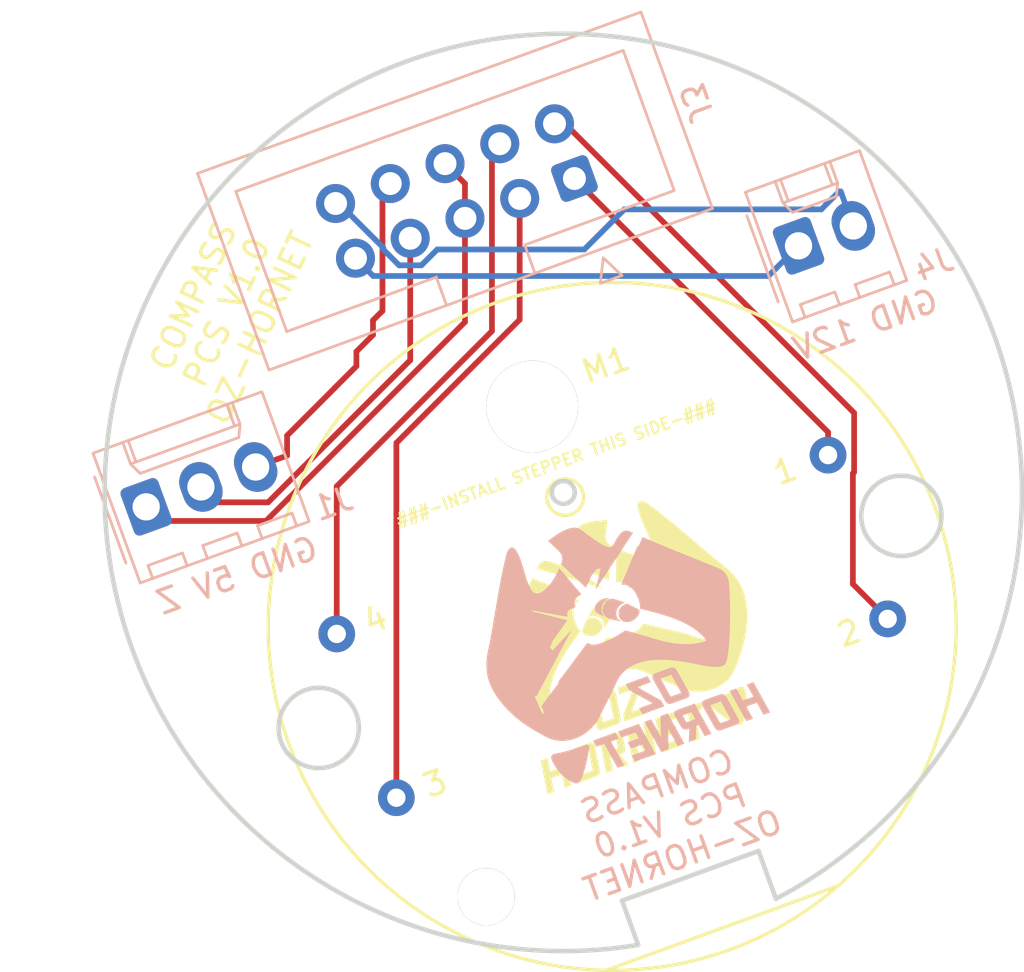
<source format=kicad_pcb>
(kicad_pcb (version 20240108) (generator "pcbnew") (generator_version "8.0")
  (layers (0 "F.Cu" signal) (31 "B.Cu" signal) (34 "B.Paste" user) (35 "F.Paste" user) (36 "B.SilkS" user "B.Silkscreen") (37 "F.SilkS" user "F.Silkscreen") (38 "B.Mask" user) (39 "F.Mask" user) (44 "Edge.Cuts" user))
  (net 0 "")
  (net 1 "/STEPPER-1-1")
  (net 2 "/STEPPER-1-2")
  (net 3 "/STEPPER-1-3")
  (net 4 "/STEPPER-1-4")
  (net 5 "/Compass_Zero_Sensor")
  (net 6 "/GND")
  (net 7 "/5V")
  (net 8 "/+12v-IN")
  (net 9 "/BACKLIGHT_GND")
  (footprint "motoHUD:X27-168" (layer "F.Cu") (at 97.2272 57.3202 20)
    (property "Reference" "M1")
    (property "Value" "X27 168")
  )
  (footprint "Connector_Molex:Molex_KK-254_AE-6410-03A_1x03_P2.54mm_Vertical" (layer "B.Cu") (at 76.9051 52.1071 20)
    (property "Reference" "J1")
    (property "Value" "Conn_01x03_Socket")
  )
  (footprint "Connector_IDC:IDC-Header_2x05_P2.54mm_Vertical" (layer "B.Cu") (at 95.5794 37.7901 110)
    (property "Reference" "J3")
    (property "Value" "Conn_02x05_Counter_Clockwise")
  )
  (footprint "Connector_Molex:Molex_KK-254_AE-6410-02A_1x02_P2.54mm_Vertical" (layer "B.Cu") (at 105.3528 40.7254 20)
    (property "Reference" "J4")
    (property "Value" "Conn_01x02_Socket")
  )
  (gr_poly (pts (xy 99.357369 62.151119) (xy 98.926449 61.374858) (xy 98.634312 61.481187) (xy 99.364726 62.800261) (xy 99.685206 62.683615) (xy 99.660886 61.772037) (xy 100.084252 62.538375) (xy 100.37639 62.432045) (xy 99.645975 61.112972) (xy 99.330965 61.227626)) (stroke (width -0.000001)) (fill solid) (layer "B.SilkS"))
  (gr_poly (pts (xy 97.153335 56.126528) (xy 97.14449 56.130078) (xy 97.135603 56.13351) (xy 97.117804 56.140305) (xy 97.103771 56.146043) (xy 97.089909 56.152045) (xy 97.076229 56.158325) (xy 97.062744 56.164903) (xy 97.049471 56.171793) (xy 97.036419 56.179014) (xy 97.023604 56.186581) (xy 97.01104 56.194509) (xy 96.998739 56.202817) (xy 96.986714 56.211522) (xy 96.97498 56.220638) (xy 96.96355 56.230184) (xy 96.952436 56.240175) (xy 96.941654 56.250628) (xy 96.931216 56.261559) (xy 96.921135 56.272986) (xy 96.908551 56.288583) (xy 96.896841 56.30455) (xy 96.885974 56.320872) (xy 96.875928 56.337535) (xy 96.866672 56.354523) (xy 96.858181 56.371822) (xy 96.850428 56.389417) (xy 96.843386 56.407293) (xy 96.837027 56.425435) (xy 96.831327 56.443826) (xy 96.826256 56.462455) (xy 96.821788 56.481304) (xy 96.817898 56.500359) (xy 96.814557 56.519604) (xy 96.811739 56.539026) (xy 96.809415 56.558609) (xy 96.807859 56.577407) (xy 96.807174 56.595912) (xy 96.807341 56.614116) (xy 96.808336 56.63201) (xy 96.810134 56.649587) (xy 96.812714 56.666836) (xy 96.816054 56.683752) (xy 96.82013 56.700326) (xy 96.824919 56.716549) (xy 96.830399 56.732413) (xy 96.836546 56.747909) (xy 96.843338 56.76303) (xy 96.850751 56.777767) (xy 96.858765 56.792112) (xy 96.867353 56.806057) (xy 96.876496 56.819593) (xy 96.886169 56.832714) (xy 96.89635 56.845408) (xy 96.907016 56.857671) (xy 96.918143 56.869491) (xy 96.92971 56.880863) (xy 96.941693 56.891776) (xy 96.95407 56.902223) (xy 96.966817 56.912196) (xy 96.993331 56.930686) (xy 97.021055 56.94718) (xy 97.049804 56.961612) (xy 97.079395 56.973916) (xy 97.079735 56.974075) (xy 97.109249 56.98482) (xy 97.138959 56.994988) (xy 97.198908 57.013725) (xy 97.259479 57.030546) (xy 97.320572 57.045712) (xy 97.38208 57.059486) (xy 97.443903 57.072129) (xy 97.505938 57.083903) (xy 97.568081 57.09507) (xy 97.577272 57.096533) (xy 97.586437 57.097927) (xy 97.604725 57.100598) (xy 97.603869 57.099205) (xy 97.602983 57.097899) (xy 97.602067 57.096672) (xy 97.601125 57.09552) (xy 97.600159 57.094436) (xy 97.59917 57.093413) (xy 97.598161 57.092448) (xy 97.597133 57.091535) (xy 97.596088 57.090668) (xy 97.59503 57.089839) (xy 97.593959 57.089045) (xy 97.592877 57.08828) (xy 97.590692 57.086812) (xy 97.58849 57.085389) (xy 97.577009 57.078196) (xy 97.565783 57.070758) (xy 97.554827 57.063061) (xy 97.544156 57.055095) (xy 97.533785 57.046842) (xy 97.52373 57.038293) (xy 97.514008 57.029433) (xy 97.504632 57.02025) (xy 97.495619 57.010731) (xy 97.486985 57.000861) (xy 97.478743 56.990628) (xy 97.470909 56.980021) (xy 97.463502 56.969024) (xy 97.456533 56.957626) (xy 97.45002 56.945813) (xy 97.443978 56.933573) (xy 97.433438 56.909244) (xy 97.424479 56.884924) (xy 97.41709 56.86062) (xy 97.411255 56.836342) (xy 97.406959 56.812096) (xy 97.404189 56.787893) (xy 97.402931 56.763741) (xy 97.403169 56.739646) (xy 97.404891 56.715619) (xy 97.408081 56.691668) (xy 97.412727 56.667802) (xy 97.418811 56.644028) (xy 97.426322 56.620356) (xy 97.435245 56.596793) (xy 97.445565 56.57335) (xy 97.457269 56.550032) (xy 97.471019 56.525591) (xy 97.485668 56.502185) (xy 97.501221 56.479821) (xy 97.517681 56.458506) (xy 97.535056 56.438248) (xy 97.553347 56.419055) (xy 97.572559 56.400933) (xy 97.592697 56.383891) (xy 97.613765 56.367936) (xy 97.635768 56.353075) (xy 97.658709 56.339316) (xy 97.682594 56.326666) (xy 97.707426 56.315134) (xy 97.73321 56.304725) (xy 97.759951 56.295448) (xy 97.787653 56.287311) (xy 97.785858 56.286166) (xy 97.784283 56.285136) (xy 97.781655 56.283404) (xy 97.780534 56.282695) (xy 97.780006 56.282377) (xy 97.779494 56.282084) (xy 97.778995 56.281814) (xy 97.778503 56.281568) (xy 97.778013 56.281344) (xy 97.777524 56.281142) (xy 97.715384 56.256053) (xy 97.652929 56.232036) (xy 97.590106 56.209221) (xy 97.526865 56.187739) (xy 97.463153 56.167723) (xy 97.39892 56.149301) (xy 97.334114 56.132606) (xy 97.268685 56.117768) (xy 97.261113 56.116278) (xy 97.253612 56.115037) (xy 97.246177 56.114048) (xy 97.238803 56.113317) (xy 97.231485 56.11285) (xy 97.224218 56.112651) (xy 97.216999 56.112726) (xy 97.20982 56.113079) (xy 97.202679 56.113715) (xy 97.195571 56.11464) (xy 97.188491 56.115858) (xy 97.181433 56.117375) (xy 97.174393 56.119195) (xy 97.167366 56.121325) (xy 97.160348 56.123767)) (stroke (width -0.000001)) (fill solid) (layer "B.SilkS"))
  (gr_poly (pts (xy 94.668116 62.890749) (xy 94.654905 62.896933) (xy 94.642603 62.903535) (xy 94.631213 62.910566) (xy 94.620736 62.918033) (xy 94.611171 62.925948) (xy 94.60252 62.934318) (xy 94.594783 62.943153) (xy 94.587961 62.952461) (xy 94.582055 62.962254) (xy 94.577066 62.972538) (xy 94.572995 62.983324) (xy 94.56984 62.994622) (xy 94.567605 63.00644) (xy 94.56629 63.018786) (xy 94.565894 63.031672) (xy 94.566419 63.045105) (xy 94.567867 63.059096) (xy 94.570237 63.073653) (xy 94.573529 63.088785) (xy 94.577745 63.104503) (xy 94.582886 63.120814) (xy 94.588953 63.137728) (xy 94.595945 63.155255) (xy 94.603865 63.173402) (xy 94.64048 63.250161) (xy 94.679631 63.32475) (xy 94.721322 63.397133) (xy 94.765559 63.467276) (xy 94.812348 63.535141) (xy 94.861694 63.600693) (xy 94.913603 63.663899) (xy 94.968082 63.724721) (xy 95.025134 63.783126) (xy 95.084766 63.839075) (xy 95.146985 63.892535) (xy 95.211794 63.943471) (xy 95.279201 63.991846) (xy 95.349211 64.037626) (xy 95.421827 64.080774) (xy 95.497059 64.121256) (xy 95.514438 64.129846) (xy 95.531361 64.137606) (xy 95.547836 64.144534) (xy 95.563873 64.15063) (xy 95.579484 64.155892) (xy 95.594677 64.160321) (xy 95.609464 64.163914) (xy 95.623852 64.166672) (xy 95.637853 64.168592) (xy 95.651477 64.169675) (xy 95.664733 64.169919) (xy 95.677631 64.169323) (xy 95.690181 64.167887) (xy 95.702393 64.16561) (xy 95.714278 64.162491) (xy 95.725845 64.158528) (xy 95.737104 64.153722) (xy 95.748065 64.148071) (xy 95.758737 64.141574) (xy 95.769131 64.13423) (xy 95.779258 64.126039) (xy 95.789126 64.116999) (xy 95.798745 64.107111) (xy 95.808127 64.096372) (xy 95.817279 64.084782) (xy 95.826213 64.07234) (xy 95.834939 64.059046) (xy 95.843466 64.044897) (xy 95.851803 64.029895) (xy 95.859963 64.014037) (xy 95.875784 63.97975) (xy 95.913423 63.888174) (xy 95.94869 63.794105) (xy 95.981647 63.698211) (xy 96.012351 63.601161) (xy 96.040863 63.503621) (xy 96.067242 63.40626) (xy 96.11384 63.214748) (xy 96.152621 63.031967) (xy 96.184064 62.863261) (xy 96.208643 62.713973) (xy 96.226835 62.589446) (xy 96.227571 62.582196) (xy 96.227816 62.575058) (xy 96.22759 62.568044) (xy 96.226906 62.561166) (xy 96.225781 62.55444) (xy 96.224231 62.547877) (xy 96.222273 62.54149) (xy 96.219923 62.535293) (xy 96.217196 62.529298) (xy 96.214109 62.52352) (xy 96.210679 62.517968) (xy 96.20692 62.512659) (xy 96.20285 62.507606) (xy 96.198484 62.502819) (xy 96.193839 62.498313) (xy 96.18893 62.494101) (xy 96.183774 62.490197) (xy 96.178388 62.486611) (xy 96.172786 62.48336) (xy 96.166986 62.480453) (xy 96.161003 62.477907) (xy 96.154854 62.475732) (xy 96.148555 62.473943) (xy 96.142121 62.472551) (xy 96.135568 62.471571) (xy 96.128915 62.471015) (xy 96.122176 62.470897) (xy 96.115367 62.471229) (xy 96.108505 62.472025) (xy 96.101606 62.473296) (xy 96.094686 62.475058) (xy 96.08776 62.477322) (xy 95.813874 62.574435) (xy 95.647564 62.630536) (xy 95.471147 62.687286) (xy 95.291722 62.741394) (xy 95.116392 62.789574) (xy 94.952258 62.828538) (xy 94.876609 62.843536) (xy 94.806424 62.854998) (xy 94.806514 62.855247) (xy 94.766474 62.861923) (xy 94.730058 62.870017) (xy 94.71321 62.874618) (xy 94.69727 62.879601) (xy 94.682239 62.884974)) (stroke (width -0.000001)) (fill solid) (layer "B.SilkS"))
  (gr_poly (pts (xy 103.385173 60.383563) (xy 102.928197 60.549889) (xy 102.636959 60.024344) (xy 102.344822 60.130673) (xy 103.075236 61.449747) (xy 103.367372 61.343418) (xy 103.07541 60.815882) (xy 103.532386 60.649557) (xy 103.824349 61.177092) (xy 104.116486 61.070763) (xy 103.386072 59.751689) (xy 103.093935 59.858018)) (stroke (width -0.000001)) (fill solid) (layer "B.SilkS"))
  (gr_poly (pts (xy 97.782541 56.355907) (xy 97.765611 56.365165) (xy 97.731714 56.383587) (xy 97.714966 56.393047) (xy 97.698499 56.402869) (xy 97.682422 56.413203) (xy 97.674565 56.418608) (xy 97.666847 56.424196) (xy 97.666848 56.424196) (xy 97.647486 56.439617) (xy 97.629193 56.456149) (xy 97.611992 56.473721) (xy 97.595911 56.492259) (xy 97.580974 56.511692) (xy 97.567209 56.531944) (xy 97.554639 56.552945) (xy 97.543293 56.574621) (xy 97.533194 56.596899) (xy 97.524371 56.619706) (xy 97.516847 56.642971) (xy 97.510648 56.666619) (xy 97.505802 56.690578) (xy 97.502332 56.714777) (xy 97.500266 56.739139) (xy 97.499629 56.763595) (xy 97.500447 56.788071) (xy 97.502746 56.812494) (xy 97.50655 56.836791) (xy 97.511888 56.860889) (xy 97.518785 56.884716) (xy 97.527264 56.908198) (xy 97.537354 56.931264) (xy 97.549079 56.953839) (xy 97.562467 56.975853) (xy 97.57754 56.997231) (xy 97.594328 57.0179) (xy 97.612854 57.037788) (xy 97.633146 57.056821) (xy 97.655228 57.074929) (xy 97.679126 57.092037) (xy 97.704867 57.108073) (xy 97.706499 57.109005) (xy 97.708173 57.109912) (xy 97.709883 57.11079) (xy 97.711627 57.111635) (xy 97.713401 57.112445) (xy 97.715202 57.113215) (xy 97.717024 57.113944) (xy 97.718867 57.114627) (xy 97.720724 57.115261) (xy 97.722593 57.115845) (xy 97.72447 57.116373) (xy 97.726351 57.116843) (xy 97.728234 57.117252) (xy 97.730114 57.117596) (xy 97.731986 57.117873) (xy 97.733849 57.118078) (xy 97.769629 57.121316) (xy 97.805365 57.124358) (xy 97.84107 57.126883) (xy 97.858916 57.127852) (xy 97.87676 57.12857) (xy 97.889618 57.12884) (xy 97.902428 57.128783) (xy 97.91519 57.128401) (xy 97.927902 57.127695) (xy 97.940564 57.126663) (xy 97.953173 57.125307) (xy 97.965731 57.123626) (xy 97.978235 57.121623) (xy 97.990683 57.119296) (xy 98.003076 57.116647) (xy 98.015411 57.113674) (xy 98.027688 57.110381) (xy 98.039906 57.106765) (xy 98.052063 57.102829) (xy 98.06416 57.098572) (xy 98.076194 57.093994) (xy 98.101783 57.083121) (xy 98.126315 57.071131) (xy 98.149823 57.058065) (xy 98.17234 57.043957) (xy 98.193902 57.028846) (xy 98.214542 57.01277) (xy 98.234295 56.995764) (xy 98.253195 56.977869) (xy 98.271276 56.959119) (xy 98.288573 56.939553) (xy 98.305118 56.919208) (xy 98.320948 56.898122) (xy 98.336096 56.876333) (xy 98.350598 56.853877) (xy 98.364485 56.830793) (xy 98.377794 56.807117) (xy 98.383615 56.796015) (xy 98.38905 56.784819) (xy 98.394077 56.773528) (xy 98.398673 56.762139) (xy 98.402816 56.750652) (xy 98.406483 56.739064) (xy 98.40965 56.727374) (xy 98.412298 56.715579) (xy 98.414402 56.703679) (xy 98.415941 56.691671) (xy 98.416891 56.679555) (xy 98.41723 56.667326) (xy 98.416935 56.654986) (xy 98.415986 56.64253) (xy 98.414357 56.629959) (xy 98.412029 56.61727) (xy 98.411299 56.614252) (xy 98.410493 56.611343) (xy 98.409602 56.60854) (xy 98.408617 56.605842) (xy 98.407528 56.603248) (xy 98.406325 56.600757) (xy 98.404999 56.598367) (xy 98.40354 56.596076) (xy 98.401939 56.593883) (xy 98.400185 56.591786) (xy 98.39827 56.589786) (xy 98.396184 56.587878) (xy 98.393916 56.586062) (xy 98.391458 56.584338) (xy 98.3888 56.582704) (xy 98.385932 56.581156) (xy 98.169543 56.470705) (xy 98.061708 56.414872) (xy 97.954475 56.358082) (xy 97.944796 56.353121) (xy 97.935188 56.348703) (xy 97.925637 56.344849) (xy 97.916135 56.341576) (xy 97.906671 56.338901) (xy 97.897236 56.336846) (xy 97.887819 56.335427) (xy 97.878411 56.334663) (xy 97.868999 56.334574) (xy 97.859576 56.335177) (xy 97.85013 56.336491) (xy 97.840651 56.338534) (xy 97.83113 56.341326) (xy 97.821556 56.344884) (xy 97.811918 56.349228) (xy 97.802207 56.354375) (xy 97.799311 56.346419)) (stroke (width -0.000001)) (fill solid) (layer "B.SilkS"))
  (gr_poly (pts (xy 97.958153 60.092249) (xy 98.983772 60.672893) (xy 98.400492 60.885189) (xy 98.547458 61.151273) (xy 99.500445 60.804414) (xy 99.357505 60.544749) (xy 98.323524 59.96743) (xy 98.917245 59.751333) (xy 98.77028 59.485249) (xy 97.815304 59.832831)) (stroke (width -0.000001)) (fill solid) (layer "B.SilkS"))
  (gr_poly (pts (xy 100.070243 60.958691) (xy 100.057633 60.963889) (xy 100.04525 60.969348) (xy 100.033156 60.975101) (xy 100.02141 60.981183) (xy 100.010077 60.987627) (xy 99.999216 60.994471) (xy 99.988889 61.001747) (xy 99.979156 61.00949) (xy 99.97008 61.017735) (xy 99.961721 61.026517) (xy 99.954141 61.035869) (xy 99.9474 61.045828) (xy 99.941561 61.056427) (xy 99.938998 61.061978) (xy 99.936684 61.067701) (xy 99.937272 61.067767) (xy 99.934136 61.077277) (xy 99.931722 61.087016) (xy 99.930032 61.097008) (xy 99.929073 61.107272) (xy 99.928847 61.117831) (xy 99.929361 61.128708) (xy 99.930618 61.139924) (xy 99.932623 61.1515) (xy 99.935382 61.16346) (xy 99.938897 61.175823) (xy 99.943176 61.188613) (xy 99.948221 61.20185) (xy 99.954037 61.215558) (xy 99.96063 61.229756) (xy 99.968004 61.24447) (xy 99.976163 61.259718) (xy 100.200387 61.663804) (xy 100.209596 61.679911) (xy 100.218849 61.695021) (xy 100.228155 61.709158) (xy 100.237519 61.72234) (xy 100.24695 61.734592) (xy 100.256453 61.745931) (xy 100.266034 61.756382) (xy 100.275701 61.765964) (xy 100.28546 61.774699) (xy 100.295318 61.78261) (xy 100.305282 61.789714) (xy 100.315358 61.796036) (xy 100.325553 61.801598) (xy 100.335873 61.806418) (xy 100.346326 61.810518) (xy 100.356918 61.813922) (xy 100.367654 61.816648) (xy 100.378544 61.818719) (xy 100.389591 61.820157) (xy 100.400806 61.820981) (xy 100.412191 61.821214) (xy 100.423756 61.820877) (xy 100.435507 61.819991) (xy 100.447449 61.818577) (xy 100.471938 61.814252) (xy 100.497276 61.808073) (xy 100.523516 61.800209) (xy 100.55071 61.79083) (xy 100.586761 61.777709) (xy 100.56625 62.362662) (xy 100.87231 62.251265) (xy 100.892821 61.666312) (xy 100.995255 61.629029) (xy 101.259919 62.110187) (xy 101.552305 62.003767) (xy 101.139022 61.257408) (xy 100.84664 61.363827) (xy 100.488617 61.494136) (xy 100.482653 61.496294) (xy 100.475779 61.498704) (xy 100.472269 61.49988) (xy 100.468853 61.500973) (xy 100.46564 61.501933) (xy 100.462737 61.502712) (xy 100.461788 61.501299) (xy 100.460694 61.499575) (xy 100.459449 61.497524) (xy 100.458041 61.495129) (xy 100.456464 61.492374) (xy 100.454707 61.489242) (xy 100.45276 61.485718) (xy 100.450615 61.481783) (xy 100.300008 61.211112) (xy 100.296036 61.203195) (xy 100.294395 61.199931) (xy 100.292929 61.197076) (xy 100.676809 61.057355) (xy 100.84664 61.363827) (xy 101.139022 61.257408) (xy 100.821891 60.684694) (xy 100.095901 60.948933)) (stroke (width -0.000001)) (fill solid) (layer "B.SilkS"))
  (gr_poly (pts (xy 99.120139 59.358612) (xy 99.107529 59.363811) (xy 99.095146 59.369269) (xy 99.083052 59.375023) (xy 99.071307 59.381105) (xy 99.059974 59.387549) (xy 99.049112 59.394392) (xy 99.038785 59.401668) (xy 99.029053 59.409412) (xy 99.019976 59.417656) (xy 99.011617 59.426438) (xy 99.004037 59.43579) (xy 98.997297 59.445749) (xy 98.991457 59.456347) (xy 98.988895 59.461899) (xy 98.98658 59.467622) (xy 98.983446 59.477131) (xy 98.981031 59.48687) (xy 98.979341 59.496862) (xy 98.978381 59.507126) (xy 98.978156 59.517686) (xy 98.978669 59.528562) (xy 98.979926 59.539779) (xy 98.981932 59.551355) (xy 98.98469 59.563314) (xy 98.988207 59.575678) (xy 98.992485 59.588467) (xy 98.99753 59.601705) (xy 99.003347 59.615412) (xy 99.00994 59.629611) (xy 99.017313 59.644324) (xy 99.025472 59.659572) (xy 99.51635 60.544092) (xy 99.525555 60.560199) (xy 99.534803 60.575312) (xy 99.544097 60.589452) (xy 99.553448 60.60264) (xy 99.562859 60.614899) (xy 99.572339 60.626247) (xy 99.581894 60.636707) (xy 99.591531 60.6463) (xy 99.601256 60.655047) (xy 99.611077 60.662972) (xy 99.620999 60.670091) (xy 99.631031 60.67643) (xy 99.641179 60.682008) (xy 99.651448 60.686847) (xy 99.661847 60.690968) (xy 99.672382 60.694391) (xy 99.683059 60.697139) (xy 99.693886 60.699233) (xy 99.704869 60.700694) (xy 99.716014 60.701543) (xy 99.72733 60.701801) (xy 99.738822 60.701491) (xy 99.750497 60.700632) (xy 99.762362 60.699247) (xy 99.786689 60.694981) (xy 99.811857 60.688863) (xy 99.83792 60.681064) (xy 99.864932 60.671751) (xy 100.431802 60.465428) (xy 100.457655 60.455599) (xy 100.470369 60.450359) (xy 100.482857 60.444857) (xy 100.495057 60.439058) (xy 100.506906 60.432925) (xy 100.518343 60.426425) (xy 100.529302 60.419523) (xy 100.539723 60.412183) (xy 100.549544 60.404371) (xy 100.558699 60.396051) (xy 100.567129 60.38719) (xy 100.574769 60.37775) (xy 100.581558 60.367699) (xy 100.587432 60.357001) (xy 100.590006 60.351398) (xy 100.592329 60.34562) (xy 100.595451 60.336193) (xy 100.597852 60.326486) (xy 100.599529 60.316486) (xy 100.600478 60.306182) (xy 100.600696 60.29556) (xy 100.60018 60.284607) (xy 100.598925 60.273311) (xy 100.59693 60.261658) (xy 100.59419 60.249636) (xy 100.590701 60.237233) (xy 100.58646 60.224435) (xy 100.581465 60.211229) (xy 100.575712 60.197604) (xy 100.569197 60.183544) (xy 100.561916 60.169041) (xy 100.553867 60.154077) (xy 100.529297 60.109805) (xy 100.236671 60.216312) (xy 100.220261 60.222284) (xy 100.220442 60.222782) (xy 99.80449 60.374176) (xy 99.798526 60.376333) (xy 99.791652 60.378742) (xy 99.788142 60.37992) (xy 99.784725 60.381013) (xy 99.781513 60.381973) (xy 99.778609 60.38275) (xy 99.777659 60.381337) (xy 99.776566 60.379613) (xy 99.77532 60.377563) (xy 99.773914 60.375167) (xy 99.772337 60.372412) (xy 99.770579 60.369281) (xy 99.768632 60.365756) (xy 99.766487 60.361822) (xy 99.349228 59.610716) (xy 99.345256 59.6028) (xy 99.343614 59.599535) (xy 99.342149 59.596681) (xy 99.77277 59.439948) (xy 99.778991 59.437702) (xy 99.786366 59.435141) (xy 99.790088 59.43392) (xy 99.793621 59.432834) (xy 99.796807 59.431954) (xy 99.798219 59.431613) (xy 99.799486 59.431351) (xy 99.800344 59.432407) (xy 99.801432 59.433832) (xy 99.802759 59.435677) (xy 99.804334 59.437998) (xy 99.805218 59.439351) (xy 99.806167 59.440843) (xy 99.807183 59.442481) (xy 99.808267 59.44427) (xy 99.809419 59.446216) (xy 99.810643 59.448328) (xy 99.811938 59.45061) (xy 99.813305 59.453069) (xy 100.230021 60.202683) (xy 100.232116 60.206844) (xy 100.233905 60.210456) (xy 100.235416 60.213588) (xy 100.236671 60.216312) (xy 100.529297 60.109805) (xy 100.06299 59.269557) (xy 100.053781 59.25345) (xy 100.044528 59.23834) (xy 100.035222 59.224203) (xy 100.025858 59.211021) (xy 100.016427 59.198769) (xy 100.006924 59.18743) (xy 99.997343 59.176979) (xy 99.987676 59.167397) (xy 99.977918 59.158662) (xy 99.968059 59.150752) (xy 99.958096 59.143647) (xy 99.94802 59.137324) (xy 99.937825 59.131764) (xy 99.927504 59.126943) (xy 99.917052 59.122843) (xy 99.90646 59.119439) (xy 99.895723 59.116713) (xy 99.884834 59.114641) (xy 99.873785 59.113204) (xy 99.862572 59.11238) (xy 99.851186 59.112147) (xy 99.839621 59.112484) (xy 99.82787 59.11337) (xy 99.815928 59.114784) (xy 99.79144 59.119108) (xy 99.766102 59.125288) (xy 99.739862 59.133153) (xy 99.712667 59.142531) (xy 99.145797 59.348854)) (stroke (width -0.000001)) (fill solid) (layer "B.SilkS"))
  (gr_poly (pts (xy 96.533192 62.565508) (xy 96.877541 62.440175) (xy 97.460989 63.493164) (xy 97.753125 63.386836) (xy 97.169677 62.333846) (xy 97.513777 62.208604) (xy 97.366812 61.942519) (xy 96.386227 62.299423)) (stroke (width -0.000001)) (fill solid) (layer "B.SilkS"))
  (gr_poly (pts (xy 95.130032 53.131809) (xy 95.029701 53.183008) (xy 94.931011 53.239368) (xy 94.834865 53.299127) (xy 94.742159 53.360523) (xy 94.423724 53.587246) (xy 94.654533 53.809932) (xy 94.767519 53.917931) (xy 94.881014 54.023634) (xy 94.909367 54.051154) (xy 94.935065 54.079391) (xy 94.958108 54.108329) (xy 94.978495 54.13795) (xy 94.996226 54.168235) (xy 95.011304 54.199166) (xy 95.023725 54.230726) (xy 95.033492 54.262898) (xy 95.040605 54.295663) (xy 95.045063 54.329003) (xy 95.046866 54.362902) (xy 95.046016 54.397341) (xy 95.042511 54.432301) (xy 95.036352 54.467766) (xy 95.027539 54.503717) (xy 95.016072 54.540137) (xy 95.006084 54.566047) (xy 94.995828 54.59224) (xy 94.974669 54.645308) (xy 94.992321 54.63927) (xy 95.001126 54.636193) (xy 95.009906 54.633046) (xy 95.010456 54.632866) (xy 95.011031 54.632717) (xy 95.011631 54.632598) (xy 95.012252 54.632507) (xy 95.012894 54.632443) (xy 95.013554 54.632408) (xy 95.014231 54.632399) (xy 95.014922 54.632417) (xy 95.016338 54.632526) (xy 95.01779 54.63273) (xy 95.019259 54.633023) (xy 95.020734 54.633399) (xy 95.022196 54.633851) (xy 95.023631 54.634374) (xy 95.025024 54.634962) (xy 95.02636 54.63561) (xy 95.027623 54.63631) (xy 95.028796 54.637057) (xy 95.029866 54.637845) (xy 95.030357 54.638253) (xy 95.030817 54.638669) (xy 95.424049 55.012776) (xy 95.657827 55.236563) (xy 95.915845 55.483627) (xy 95.993022 55.558166) (xy 96.071116 55.634061) (xy 96.079363 55.619599) (xy 96.087376 55.605724) (xy 96.091252 55.598915) (xy 96.095019 55.592142) (xy 96.09866 55.585368) (xy 96.102159 55.578557) (xy 96.11957 55.543572) (xy 96.13682 55.508432) (xy 96.170973 55.43807) (xy 96.228447 55.32068) (xy 96.242673 55.291278) (xy 96.256669 55.261764) (xy 96.270351 55.232094) (xy 96.283633 55.202223) (xy 96.29389 55.179798) (xy 96.304802 55.157831) (xy 96.316318 55.136284) (xy 96.328385 55.115121) (xy 96.340951 55.094305) (xy 96.353963 55.073798) (xy 96.381118 55.033562) (xy 96.409433 54.994118) (xy 96.438489 54.955171) (xy 96.497154 54.877577) (xy 96.498914 54.875228) (xy 96.500736 54.872918) (xy 96.504516 54.868381) (xy 96.512237 54.859452) (xy 96.515967 54.854943) (xy 96.517753 54.852654) (xy 96.519468 54.850331) (xy 96.521098 54.847968) (xy 96.522632 54.845557) (xy 96.524055 54.843091) (xy 96.525354 54.840564) (xy 96.526636 54.838059) (xy 96.527969 54.835681) (xy 96.529353 54.833426) (xy 96.530787 54.83129) (xy 96.53227 54.829272) (xy 96.533802 54.827367) (xy 96.535381 54.825572) (xy 96.537008 54.823885) (xy 96.538682 54.822301) (xy 96.540401 54.820818) (xy 96.542165 54.819433) (xy 96.543974 54.818142) (xy 96.545827 54.816942) (xy 96.547722 54.81583) (xy 96.551638 54.813857) (xy 96.555719 54.812198) (xy 96.559957 54.810825) (xy 96.564347 54.809716) (xy 96.568885 54.808842) (xy 96.573563 54.80818) (xy 96.578377 54.807703) (xy 96.58332 54.807386) (xy 96.588389 54.807204) (xy 96.603623 54.806603) (xy 96.618843 54.805794) (xy 96.649249 54.803741) (xy 96.709956 54.799278) (xy 96.710787 54.799256) (xy 96.711622 54.799265) (xy 96.71247 54.799302) (xy 96.713335 54.799364) (xy 96.715138 54.799554) (xy 96.717084 54.799816) (xy 96.721594 54.800467) (xy 96.724253 54.800815) (xy 96.727248 54.80115) (xy 96.49975 55.710905) (xy 96.505358 55.713932) (xy 96.561302 55.629374) (xy 96.902912 55.109722) (xy 97.19626 54.664794) (xy 97.536741 54.149777) (xy 97.795677 53.756511) (xy 98.116546 53.271158) (xy 98.116048 53.271338) (xy 98.126642 53.255094) (xy 98.131989 53.246927) (xy 98.137423 53.238781) (xy 98.092422 53.218804) (xy 98.047354 53.198639) (xy 98.008416 53.182641) (xy 97.970846 53.169491) (xy 97.934566 53.159244) (xy 97.899495 53.151954) (xy 97.88239 53.149435) (xy 97.865559 53.147677) (xy 97.848991 53.146686) (xy 97.832677 53.146469) (xy 97.816607 53.147031) (xy 97.800771 53.148381) (xy 97.78516 53.150526) (xy 97.769764 53.153471) (xy 97.754572 53.157226) (xy 97.739576 53.161794) (xy 97.724765 53.167185) (xy 97.71013 53.173403) (xy 97.69566 53.180458) (xy 97.681348 53.188354) (xy 97.667181 53.197101) (xy 97.653151 53.206702) (xy 97.639248 53.217167) (xy 97.625462 53.228501) (xy 97.611782 53.240712) (xy 97.598201 53.253807) (xy 97.571292 53.282674) (xy 97.544655 53.315157) (xy 97.512575 53.358557) (xy 97.483186 53.400847) (xy 97.431532 53.481712) (xy 97.387781 53.556993) (xy 97.350021 53.625925) (xy 97.316341 53.687752) (xy 97.284829 53.74171) (xy 97.269289 53.7655) (xy 97.253574 53.787037) (xy 97.237446 53.806228) (xy 97.220665 53.822975) (xy 97.202992 53.837185) (xy 97.184189 53.848762) (xy 97.164017 53.85761) (xy 97.142236 53.863635) (xy 97.118608 53.866741) (xy 97.092893 53.866835) (xy 97.064854 53.863819) (xy 97.03425 53.8576) (xy 97.000844 53.848082) (xy 96.964395 53.83517) (xy 96.924665 53.818769) (xy 96.881415 53.798783) (xy 96.834407 53.775118) (xy 96.7834 53.747679) (xy 96.66844 53.681095) (xy 96.469412 53.544817) (xy 96.272369 53.405652) (xy 96.077245 53.263783) (xy 95.883974 53.119391) (xy 95.844166 53.090122) (xy 95.802858 53.065887) (xy 95.760163 53.046465) (xy 95.716192 53.031637) (xy 95.67106 53.02118) (xy 95.624879 53.014878) (xy 95.577758 53.012507) (xy 95.529814 53.01385) (xy 95.481156 53.018684) (xy 95.431898 53.026791) (xy 95.382152 53.037949) (xy 95.33203 53.051938) (xy 95.231108 53.087532)) (stroke (width -0.000001)) (fill solid) (layer "B.SilkS"))
  (gr_poly (pts (xy 101.279407 60.518873) (xy 101.266796 60.524071) (xy 101.254413 60.52953) (xy 101.242319 60.535283) (xy 101.230574 60.541365) (xy 101.219241 60.54781) (xy 101.20838 60.554653) (xy 101.198052 60.561928) (xy 101.18832 60.569672) (xy 101.179243 60.577917) (xy 101.170884 60.586698) (xy 101.163304 60.596052) (xy 101.156564 60.60601) (xy 101.150725 60.616609) (xy 101.148162 60.622159) (xy 101.145848 60.627883) (xy 101.145847 60.627882) (xy 101.142713 60.637391) (xy 101.140298 60.647131) (xy 101.138609 60.657122) (xy 101.137648 60.667387) (xy 101.137423 60.677945) (xy 101.137936 60.688823) (xy 101.139194 60.700038) (xy 101.141199 60.711614) (xy 101.143958 60.723574) (xy 101.147474 60.735937) (xy 101.151752 60.748727) (xy 101.156797 60.761964) (xy 101.162614 60.775672) (xy 101.169206 60.789871) (xy 101.17658 60.804584) (xy 101.18474 60.819832) (xy 101.675617 61.704352) (xy 101.684823 61.720459) (xy 101.69407 61.735573) (xy 101.703365 61.749712) (xy 101.712715 61.762901) (xy 101.722127 61.775158) (xy 101.731606 61.786506) (xy 101.741162 61.796967) (xy 101.750798 61.80656) (xy 101.760523 61.815308) (xy 101.770344 61.823231) (xy 101.780267 61.830351) (xy 101.790298 61.83669) (xy 101.800446 61.842267) (xy 101.810715 61.847106) (xy 101.821114 61.851227) (xy 101.831649 61.85465) (xy 101.842327 61.857399) (xy 101.853153 61.859492) (xy 101.864136 61.860953) (xy 101.875281 61.861802) (xy 101.886597 61.862062) (xy 101.898089 61.86175) (xy 101.909764 61.860891) (xy 101.921629 61.859507) (xy 101.945956 61.85524) (xy 101.971124 61.849122) (xy 101.997187 61.841323) (xy 102.024199 61.832012) (xy 102.591069 61.625688) (xy 102.616923 61.615858) (xy 102.629636 61.610618) (xy 102.642125 61.605116) (xy 102.654325 61.599317) (xy 102.666174 61.593184) (xy 102.67761 61.586685) (xy 102.68857 61.579782) (xy 102.698991 61.572442) (xy 102.708811 61.564631) (xy 102.717967 61.55631) (xy 102.726397 61.547449) (xy 102.734036 61.53801) (xy 102.740825 61.527959) (xy 102.746699 61.517261) (xy 102.749273 61.511658) (xy 102.751596 61.50588) (xy 102.754718 61.496453) (xy 102.757119 61.486746) (xy 102.758796 61.476747) (xy 102.759745 61.466443) (xy 102.759963 61.455821) (xy 102.759447 61.444868) (xy 102.758193 61.433571) (xy 102.756197 61.421919) (xy 102.753456 61.409898) (xy 102.749967 61.397494) (xy 102.745727 61.384695) (xy 102.740733 61.37149) (xy 102.734979 61.357864) (xy 102.728464 61.343806) (xy 102.721183 61.329301) (xy 102.713134 61.314339) (xy 102.688694 61.2703) (xy 102.396277 61.376731) (xy 101.963915 61.534098) (xy 101.957951 61.536255) (xy 101.951076 61.538664) (xy 101.947566 61.539842) (xy 101.94415 61.540935) (xy 101.940938 61.541895) (xy 101.938034 61.542673) (xy 101.937084 61.541259) (xy 101.935991 61.539536) (xy 101.934745 61.537485) (xy 101.933339 61.53509) (xy 101.931762 61.532334) (xy 101.930004 61.529203) (xy 101.928057 61.525678) (xy 101.925912 61.521744) (xy 101.508653 60.770639) (xy 101.504681 60.762722) (xy 101.503039 60.759458) (xy 101.501574 60.756603) (xy 101.516242 60.751264) (xy 101.516424 60.75176) (xy 101.932377 60.600366) (xy 101.938598 60.598119) (xy 101.945972 60.595559) (xy 101.949694 60.594338) (xy 101.953227 60.593252) (xy 101.956414 60.592372) (xy 101.957826 60.592032) (xy 101.959094 60.591768) (xy 101.959951 60.592825) (xy 101.961039 60.59425) (xy 101.962366 60.596096) (xy 101.96394 60.598416) (xy 101.964825 60.59977) (xy 101.965773 60.601262) (xy 101.96679 60.602899) (xy 101.967874 60.604688) (xy 101.969026 60.606635) (xy 101.97025 60.608746) (xy 101.971544 60.611029) (xy 101.972911 60.613488) (xy 102.389628 61.363102) (xy 102.391722 61.367262) (xy 102.393512 61.370873) (xy 102.395021 61.374006) (xy 102.396277 61.376731) (xy 102.688694 61.2703) (xy 102.222257 60.429818) (xy 102.213049 60.413711) (xy 102.203795 60.3986) (xy 102.194489 60.384464) (xy 102.185125 60.371281) (xy 102.175694 60.359031) (xy 102.166192 60.347691) (xy 102.15661 60.33724) (xy 102.146943 60.327658) (xy 102.137184 60.318922) (xy 102.127326 60.311013) (xy 102.117363 60.303907) (xy 102.107287 60.297585) (xy 102.097092 60.292024) (xy 102.086771 60.287204) (xy 102.076319 60.283103) (xy 102.065727 60.279699) (xy 102.054991 60.276973) (xy 102.0441 60.274902) (xy 102.033053 60.273465) (xy 102.021839 60.27264) (xy 102.010453 60.272408) (xy 101.998888 60.272744) (xy 101.987137 60.273631) (xy 101.975195 60.275045) (xy 101.950707 60.279369) (xy 101.925369 60.285548) (xy 101.89913 60.293413) (xy 101.871934 60.302791) (xy 101.305065 60.509115)) (stroke (width -0.000001)) (fill solid) (layer "B.SilkS"))
  (gr_poly (pts (xy 97.637096 62.16372) (xy 98.244741 61.942555) (xy 98.389014 62.202016) (xy 97.901456 62.379473) (xy 98.048421 62.645557) (xy 98.536227 62.46801) (xy 98.681225 62.72946) (xy 98.073828 62.950535) (xy 98.220793 63.216618) (xy 99.120077 62.889306) (xy 98.389663 61.570232) (xy 97.490131 61.897635)) (stroke (width -0.000001)) (fill solid) (layer "B.SilkS"))
  (gr_poly (pts (xy 92.770535 53.903437) (xy 92.735184 53.936522) (xy 92.699647 53.982314) (xy 92.663975 54.041533) (xy 92.628218 54.114899) (xy 92.497307 54.656845) (xy 92.382815 55.202717) (xy 92.280231 55.751442) (xy 92.185041 56.301947) (xy 91.9988 57.404) (xy 91.898726 57.953402) (xy 91.787998 58.500289) (xy 91.788133 58.499116) (xy 91.764669 58.636419) (xy 91.748665 58.771549) (xy 91.740021 58.904564) (xy 91.738637 59.03552) (xy 91.744411 59.164478) (xy 91.757242 59.291492) (xy 91.777028 59.416623) (xy 91.803671 59.539927) (xy 91.837067 59.661463) (xy 91.877115 59.781288) (xy 91.923715 59.89946) (xy 91.976767 60.016036) (xy 92.036168 60.131076) (xy 92.101818 60.244636) (xy 92.173615 60.356773) (xy 92.251459 60.467548) (xy 92.36132 60.611496) (xy 92.474383 60.748638) (xy 92.590671 60.879363) (xy 92.710202 61.004061) (xy 92.832999 61.12312) (xy 92.959081 61.236932) (xy 93.088471 61.345884) (xy 93.22119 61.450367) (xy 93.357256 61.550771) (xy 93.496693 61.647484) (xy 93.639521 61.740898) (xy 93.785761 61.8314) (xy 93.935433 61.91938) (xy 94.088559 62.005229) (xy 94.24516 62.089335) (xy 94.405256 62.172089) (xy 94.513957 62.220906) (xy 94.626912 62.259463) (xy 94.743427 62.287924) (xy 94.862805 62.30645) (xy 94.984351 62.315202) (xy 95.107368 62.314342) (xy 95.231161 62.304031) (xy 95.355033 62.284432) (xy 95.47829 62.255707) (xy 95.600234 62.218016) (xy 95.72017 62.171523) (xy 95.837402 62.116387) (xy 95.951235 62.052772) (xy 96.060971 61.980839) (xy 96.165916 61.90075) (xy 96.265374 61.812665) (xy 96.293981 61.784895) (xy 96.322228 61.756442) (xy 96.350069 61.72733) (xy 96.377455 61.697587) (xy 96.40434 61.66724) (xy 96.430674 61.636315) (xy 96.456411 61.60484) (xy 96.481504 61.57284) (xy 96.505904 61.540344) (xy 96.529565 61.507379) (xy 96.552438 61.473969) (xy 96.574475 61.440143) (xy 96.595631 61.405927) (xy 96.615856 61.371346) (xy 96.635103 61.336431) (xy 96.653325 61.301207) (xy 96.746916 61.113758) (xy 96.839566 60.931914) (xy 97.022072 60.576942) (xy 97.111936 60.399766) (xy 97.200884 60.220094) (xy 97.28892 60.035904) (xy 97.376049 59.845172) (xy 97.427913 59.728881) (xy 97.485832 59.620689) (xy 97.549522 59.520348) (xy 97.618695 59.427612) (xy 97.693071 59.342232) (xy 97.772362 59.26396) (xy 97.856284 59.19255) (xy 97.944552 59.127752) (xy 98.036883 59.069319) (xy 98.132991 59.017006) (xy 98.232592 58.970561) (xy 98.3354 58.92974) (xy 98.441131 58.894293) (xy 98.549501 58.863973) (xy 98.660226 58.838533) (xy 98.773019 58.817724) (xy 99.003674 58.789011) (xy 99.23919 58.775852) (xy 99.477289 58.776265) (xy 99.715695 58.788271) (xy 99.952129 58.809886) (xy 100.184314 58.83913) (xy 100.409975 58.87402) (xy 100.62683 58.912575) (xy 101.235901 59.036194) (xy 101.389119 59.061483) (xy 101.46592 59.07162) (xy 101.542863 59.079686) (xy 101.619956 59.085375) (xy 101.697207 59.088386) (xy 101.774627 59.088416) (xy 101.852223 59.085164) (xy 101.895912 59.080688) (xy 101.916549 59.077825) (xy 101.936398 59.074523) (xy 101.955478 59.070766) (xy 101.973804 59.06654) (xy 101.991391 59.061829) (xy 102.008255 59.056617) (xy 102.024412 59.05089) (xy 102.039876 59.04463) (xy 102.054664 59.037823) (xy 102.068791 59.030453) (xy 102.082272 59.022505) (xy 102.095125 59.013963) (xy 102.107363 59.00481) (xy 102.119003 58.995033) (xy 102.130059 58.984615) (xy 102.140548 58.97354) (xy 102.150485 58.961794) (xy 102.159886 58.949361) (xy 102.168767 58.936224) (xy 102.177142 58.922369) (xy 102.185028 58.907779) (xy 102.19244 58.89244) (xy 102.199393 58.876336) (xy 102.205904 58.859451) (xy 102.211987 58.841769) (xy 102.217658 58.823275) (xy 102.222934 58.803953) (xy 102.227829 58.783789) (xy 102.23236 58.762766) (xy 102.236541 58.740869) (xy 102.251227 58.656373) (xy 102.265007 58.571653) (xy 102.277806 58.486735) (xy 102.289546 58.40165) (xy 102.300151 58.316422) (xy 102.309548 58.23108) (xy 102.317659 58.145652) (xy 102.324408 58.060164) (xy 102.344542 57.73502) (xy 102.358869 57.409876) (xy 102.367386 57.084727) (xy 102.370094 56.75957) (xy 102.366991 56.434405) (xy 102.358075 56.109225) (xy 102.343347 55.784031) (xy 102.322805 55.458817) (xy 102.316194 55.393552) (xy 102.311524 55.362084) (xy 102.305947 55.331381) (xy 102.299463 55.301436) (xy 102.292073 55.27224) (xy 102.283777 55.243784) (xy 102.274576 55.216061) (xy 102.264472 55.189063) (xy 102.253464 55.162781) (xy 102.241554 55.137207) (xy 102.228742 55.112334) (xy 102.215029 55.088151) (xy 102.200418 55.064654) (xy 102.184906 55.041831) (xy 102.168496 55.019675) (xy 102.151188 54.998179) (xy 102.132984 54.977335) (xy 102.113883 54.957132) (xy 102.093888 54.937564) (xy 102.072998 54.918622) (xy 102.051214 54.900299) (xy 102.028537 54.882586) (xy 102.004968 54.865475) (xy 101.955157 54.833026) (xy 101.901787 54.802886) (xy 101.844865 54.77499) (xy 101.784396 54.749274) (xy 100.163073 54.097691) (xy 99.355348 53.764812) (xy 98.953052 53.594636) (xy 98.552117 53.421218) (xy 98.510774 53.513308) (xy 98.469687 53.605516) (xy 98.450445 53.649374) (xy 98.43142 53.693391) (xy 98.412665 53.737572) (xy 98.394238 53.781925) (xy 98.392622 53.785637) (xy 98.390917 53.789185) (xy 98.389114 53.792564) (xy 98.387202 53.795775) (xy 98.385174 53.798813) (xy 98.383021 53.801678) (xy 98.38073 53.804365) (xy 98.378295 53.806875) (xy 98.375704 53.809202) (xy 98.372949 53.811347) (xy 98.37002 53.813305) (xy 98.366907 53.815075) (xy 98.363601 53.816655) (xy 98.360093 53.818043) (xy 98.356372 53.819235) (xy 98.352431 53.82023) (xy 98.347986 53.821288) (xy 98.34376 53.822524) (xy 98.339745 53.823946) (xy 98.335935 53.825566) (xy 98.332318 53.827391) (xy 98.32889 53.829431) (xy 98.325641 53.831697) (xy 98.322565 53.834197) (xy 98.319654 53.836941) (xy 98.316899 53.839937) (xy 98.314293 53.843197) (xy 98.311829 53.846728) (xy 98.309498 53.850541) (xy 98.307294 53.854643) (xy 98.305208 53.859046) (xy 98.303232 53.863759) (xy 98.28826 53.901357) (xy 98.272967 53.938791) (xy 98.241698 54.013317) (xy 98.178383 54.162045) (xy 98.125985 54.287583) (xy 98.073841 54.413238) (xy 97.966702 54.670446) (xy 97.860671 54.925279) (xy 97.724302 55.252253) (xy 97.67913 55.362737) (xy 97.633857 55.474101) (xy 97.644365 55.482751) (xy 97.649572 55.486824) (xy 97.65479 55.490675) (xy 97.66005 55.494266) (xy 97.665383 55.497555) (xy 97.67082 55.500504) (xy 97.676393 55.503071) (xy 97.682134 55.505219) (xy 97.685076 55.506122) (xy 97.688072 55.506906) (xy 97.691126 55.507565) (xy 97.69424 55.508094) (xy 97.697421 55.508487) (xy 97.700669 55.508741) (xy 97.703992 55.508849) (xy 97.707391 55.508808) (xy 97.710871 55.508612) (xy 97.714436 55.508256) (xy 97.718089 55.507735) (xy 97.721834 55.507044) (xy 97.725677 55.506179) (xy 97.72962 55.505133) (xy 97.73481 55.503865) (xy 97.740124 55.502932) (xy 97.745547 55.502307) (xy 97.751067 55.501964) (xy 97.756668 55.501879) (xy 97.762337 55.502024) (xy 97.768062 55.502377) (xy 97.773826 55.50291) (xy 97.779618 55.503598) (xy 97.785422 55.504416) (xy 97.797015 55.50634) (xy 97.819748 55.510621) (xy 97.842685 55.515617) (xy 97.864917 55.521764) (xy 97.886475 55.529009) (xy 97.907389 55.537301) (xy 97.927692 55.546586) (xy 97.947415 55.556811) (xy 97.966588 55.567924) (xy 97.985241 55.579872) (xy 98.003407 55.592599) (xy 98.021116 55.606056) (xy 98.0384 55.620188) (xy 98.05529 55.634943) (xy 98.071816 55.650267) (xy 98.088008 55.666107) (xy 98.1039 55.682411) (xy 98.119522 55.699126) (xy 98.142278 55.725047) (xy 98.163948 55.751746) (xy 98.184616 55.779152) (xy 98.204364 55.807198) (xy 98.223277 55.835811) (xy 98.241437 55.864922) (xy 98.258928 55.894462) (xy 98.275833 55.92436) (xy 98.285013 55.941446) (xy 98.29373 55.958788) (xy 98.302073 55.97633) (xy 98.310128 55.994024) (xy 98.341203 56.065282) (xy 98.352619 56.091369) (xy 98.363797 56.117595) (xy 98.369152 56.130796) (xy 98.374276 56.144075) (xy 98.379109 56.157447) (xy 98.383595 56.170925) (xy 98.395964 56.211261) (xy 98.407552 56.251761) (xy 98.418045 56.292474) (xy 98.427124 56.333452) (xy 98.431033 56.354057) (xy 98.434468 56.374746) (xy 98.437391 56.395525) (xy 98.43976 56.416402) (xy 98.441538 56.437382) (xy 98.442684 56.458472) (xy 98.443156 56.479679) (xy 98.442917 56.501007) (xy 98.442627 56.506254) (xy 98.442178 56.511522) (xy 98.441603 56.516843) (xy 98.440934 56.522248) (xy 98.439436 56.533435) (xy 98.43867 56.53928) (xy 98.437934 56.545336) (xy 98.504983 56.563519) (xy 98.5731 56.581736) (xy 98.841559 56.653068) (xy 99.10985 56.725095) (xy 99.295982 56.776591) (xy 99.388846 56.803231) (xy 99.481437 56.830867) (xy 99.559252 56.855145) (xy 99.63679 56.880473) (xy 99.713968 56.906988) (xy 99.752396 56.920734) (xy 99.790703 56.934826) (xy 99.884783 56.970684) (xy 99.978486 57.007683) (xy 100.165219 57.083456) (xy 100.211094 57.10268) (xy 100.233939 57.112525) (xy 100.256704 57.122555) (xy 100.279372 57.132791) (xy 100.301929 57.143256) (xy 100.324358 57.153972) (xy 100.346647 57.164961) (xy 100.419245 57.201895) (xy 100.491168 57.24001) (xy 100.562315 57.279455) (xy 100.632585 57.320384) (xy 100.701881 57.362949) (xy 100.770101 57.4073) (xy 100.837147 57.45359) (xy 100.902917 57.501972) (xy 100.957157 57.544429) (xy 101.010012 57.588287) (xy 101.061414 57.633626) (xy 101.11129 57.680523) (xy 101.159572 57.729055) (xy 101.206187 57.779303) (xy 101.251067 57.831345) (xy 101.29414 57.885257) (xy 101.299473 57.892312) (xy 101.304706 57.899472) (xy 101.315091 57.9142) (xy 101.337061 57.945939) (xy 101.295728 57.961371) (xy 101.27613 57.968473) (xy 101.266408 57.97179) (xy 101.256664 57.97492) (xy 101.233817 57.981758) (xy 101.210857 57.988214) (xy 101.187808 57.99428) (xy 101.164692 57.999948) (xy 101.056044 58.02654) (xy 101.001593 58.039197) (xy 100.974302 58.045147) (xy 100.946955 58.050761) (xy 100.889585 58.061397) (xy 100.832051 58.07044) (xy 100.774367 58.077947) (xy 100.716547 58.083976) (xy 100.658607 58.088583) (xy 100.600559 58.091828) (xy 100.542419 58.093767) (xy 100.484201 58.094456) (xy 100.405422 58.093904) (xy 100.366004 58.093066) (xy 100.326585 58.091816) (xy 100.287178 58.090126) (xy 100.247794 58.087969) (xy 100.208448 58.085316) (xy 100.169153 58.08214) (xy 100.075062 58.073328) (xy 100.028006 58.068374) (xy 99.980985 58.062954) (xy 99.93403 58.056996) (xy 99.887177 58.050425) (xy 99.840455 58.043164) (xy 99.793898 58.035141) (xy 99.737114 58.02455) (xy 99.680444 58.013307) (xy 99.623885 58.001463) (xy 99.567434 57.989069) (xy 99.454857 57.962824) (xy 99.342698 57.934976) (xy 99.286339 57.920217) (xy 99.230144 57.904834) (xy 99.118094 57.872741) (xy 98.894337 57.807029) (xy 98.501544 57.694053) (xy 98.13884 57.588708) (xy 97.981121 57.54285) (xy 97.823453 57.49655) (xy 97.82078 57.495845) (xy 97.818198 57.495333) (xy 97.815698 57.495006) (xy 97.813272 57.494857) (xy 97.810912 57.494878) (xy 97.808607 57.495059) (xy 97.806349 57.495394) (xy 97.804131 57.495875) (xy 97.801943 57.496493) (xy 97.799776 57.497241) (xy 97.797623 57.49811) (xy 97.795474 57.499092) (xy 97.793319 57.500181) (xy 97.791153 57.501366) (xy 97.788964 57.502641) (xy 97.786745 57.503998) (xy 97.523516 57.66548) (xy 97.259693 57.825911) (xy 97.244972 57.83463) (xy 97.230038 57.843005) (xy 97.21492 57.851076) (xy 97.19965 57.858887) (xy 97.184261 57.866477) (xy 97.168784 57.873887) (xy 97.137691 57.888336) (xy 97.078975 57.915009) (xy 97.020073 57.941247) (xy 96.960905 57.966895) (xy 96.901387 57.991801) (xy 96.884006 57.998617) (xy 96.866467 58.005052) (xy 96.848802 58.011183) (xy 96.831048 58.017086) (xy 96.759828 58.039945) (xy 96.710225 58.056451) (xy 96.697749 58.060456) (xy 96.685234 58.064324) (xy 96.67268 58.068008) (xy 96.660081 58.071463) (xy 96.618902 58.081972) (xy 96.577607 58.09157) (xy 96.536163 58.099921) (xy 96.515374 58.103526) (xy 96.494534 58.106695) (xy 96.473639 58.109384) (xy 96.452683 58.111554) (xy 96.431665 58.113163) (xy 96.410577 58.114168) (xy 96.389416 58.114528) (xy 96.368178 58.114203) (xy 96.346858 58.113149) (xy 96.325451 58.111325) (xy 96.323415 58.111089) (xy 96.321371 58.110806) (xy 96.319323 58.110475) (xy 96.317271 58.110101) (xy 96.315219 58.10968) (xy 96.313171 58.109216) (xy 96.311128 58.108709) (xy 96.309095 58.108162) (xy 96.307073 58.107573) (xy 96.305065 58.106945) (xy 96.303076 58.106279) (xy 96.301106 58.105574) (xy 96.299158 58.104835) (xy 96.297238 58.104059) (xy 96.295346 58.103248) (xy 96.293485 58.102405) (xy 96.259879 58.087083) (xy 96.226331 58.071555) (xy 96.192871 58.055836) (xy 96.159532 58.039942) (xy 96.15759 58.039027) (xy 96.155734 58.038222) (xy 96.153956 58.037539) (xy 96.152246 58.036989) (xy 96.150596 58.036586) (xy 96.14979 58.036444) (xy 96.148997 58.036343) (xy 96.148213 58.036284) (xy 96.14744 58.03627) (xy 96.146675 58.036301) (xy 96.145918 58.03638) (xy 96.145166 58.036508) (xy 96.14442 58.036686) (xy 96.143678 58.036916) (xy 96.142938 58.037199) (xy 96.142201 58.037538) (xy 96.141464 58.037933) (xy 96.140727 58.038386) (xy 96.139989 58.038899) (xy 96.139248 58.039472) (xy 96.138504 58.040109) (xy 96.137755 58.04081) (xy 96.136999 58.041577) (xy 96.136238 58.04241) (xy 96.135468 58.043312) (xy 96.134689 58.044285) (xy 96.133901 58.04533) (xy 95.837758 58.443127) (xy 95.487972 58.911694) (xy 95.230084 59.257556) (xy 94.960854 59.617121) (xy 94.922368 59.669) (xy 94.902971 59.694809) (xy 94.893157 59.707595) (xy 94.883236 59.720267) (xy 94.880901 59.723298) (xy 94.878763 59.726295) (xy 94.876842 59.729265) (xy 94.87516 59.732213) (xy 94.873736 59.735145) (xy 94.873126 59.736607) (xy 94.872589 59.738065) (xy 94.872126 59.739523) (xy 94.871741 59.740981) (xy 94.871435 59.742438) (xy 94.871211 59.743896) (xy 94.871072 59.745356) (xy 94.87102 59.746817) (xy 94.871058 59.748282) (xy 94.871188 59.749749) (xy 94.871413 59.751221) (xy 94.871734 59.752697) (xy 94.872156 59.754179) (xy 94.87268 59.755667) (xy 94.873308 59.757162) (xy 94.874045 59.758665) (xy 94.87489 59.760174) (xy 94.875849 59.761694) (xy 94.876921 59.763224) (xy 94.878111 59.764762) (xy 94.879422 59.766313) (xy 94.880854 59.767874) (xy 94.881876 59.768984) (xy 94.882812 59.770084) (xy 94.883662 59.771172) (xy 94.884429 59.77225) (xy 94.885115 59.77332) (xy 94.885721 59.774381) (xy 94.886249 59.775434) (xy 94.886701 59.77648) (xy 94.887079 59.777522) (xy 94.887384 59.778557) (xy 94.887618 59.779588) (xy 94.887783 59.780616) (xy 94.887881 59.781641) (xy 94.887914 59.782664) (xy 94.887883 59.783686) (xy 94.88779 59.784707) (xy 94.887638 59.785729) (xy 94.887426 59.786752) (xy 94.887158 59.787777) (xy 94.886837 59.788805) (xy 94.886461 59.789836) (xy 94.886034 59.790872) (xy 94.885558 59.791913) (xy 94.885035 59.79296) (xy 94.883853 59.795075) (xy 94.882501 59.797224) (xy 94.880995 59.799412) (xy 94.879349 59.801646) (xy 94.497591 60.313104) (xy 94.254571 60.639476) (xy 94.230331 60.672721) (xy 94.206244 60.706094) (xy 94.194064 60.722659) (xy 94.181691 60.739055) (xy 94.169046 60.755214) (xy 94.156052 60.771066) (xy 94.154436 60.773037) (xy 94.152944 60.774986) (xy 94.151574 60.776912) (xy 94.150323 60.778817) (xy 94.149189 60.780702) (xy 94.148167 60.782569) (xy 94.147256 60.78442) (xy 94.146451 60.786255) (xy 94.14575 60.788076) (xy 94.145152 60.789884) (xy 94.144651 60.791681) (xy 94.144245 60.793469) (xy 94.143932 60.795247) (xy 94.143709 60.797019) (xy 94.143572 60.798785) (xy 94.143518 60.800547) (xy 94.143651 60.804063) (xy 94.144081 60.807578) (xy 94.144786 60.811104) (xy 94.145744 60.814651) (xy 94.146929 60.81823) (xy 94.148319 60.821853) (xy 94.149889 60.825531) (xy 94.151616 60.829275) (xy 94.15582 60.837987) (xy 94.160134 60.846658) (xy 94.168886 60.863957) (xy 94.173217 60.872622) (xy 94.17745 60.881325) (xy 94.181531 60.890081) (xy 94.185408 60.898911) (xy 94.19847 60.9293) (xy 94.211357 60.959858) (xy 94.217542 60.975237) (xy 94.223451 60.990704) (xy 94.229008 61.006273) (xy 94.234136 61.021958) (xy 94.235527 61.026584) (xy 94.236785 61.03128) (xy 94.237915 61.036038) (xy 94.238918 61.040851) (xy 94.2398 61.04571) (xy 94.240566 61.050611) (xy 94.241217 61.055544) (xy 94.24176 61.060502) (xy 94.242197 61.06548) (xy 94.242532 61.070469) (xy 94.242915 61.080452) (xy 94.242938 61.090394) (xy 94.242637 61.100236) (xy 94.242434 61.103304) (xy 94.242129 61.106221) (xy 94.241722 61.108987) (xy 94.241217 61.1116) (xy 94.240614 61.114061) (xy 94.239918 61.116367) (xy 94.239128 61.118518) (xy 94.238248 61.120513) (xy 94.237281 61.122352) (xy 94.236227 61.124033) (xy 94.23509 61.125555) (xy 94.233871 61.126916) (xy 94.232573 61.128118) (xy 94.231199 61.129159) (xy 94.229749 61.130037) (xy 94.228226 61.130751) (xy 94.226634 61.131302) (xy 94.224973 61.131689) (xy 94.223246 61.131909) (xy 94.221454 61.131962) (xy 94.219602 61.131847) (xy 94.21769 61.131564) (xy 94.21572 61.131111) (xy 94.213696 61.130488) (xy 94.211618 61.129694) (xy 94.20949 61.128727) (xy 94.207314 61.127588) (xy 94.205092 61.126274) (xy 94.202825 61.124785) (xy 94.200516 61.123121) (xy 94.198168 61.12128) (xy 94.195782 61.119261) (xy 94.192022 61.115892) (xy 94.188328 61.112426) (xy 94.184704 61.108867) (xy 94.181146 61.105221) (xy 94.174237 61.097693) (xy 94.167598 61.089888) (xy 94.161233 61.081853) (xy 94.15514 61.073632) (xy 94.149319 61.065271) (xy 94.143772 61.056819) (xy 94.138235 61.047685) (xy 94.13301 61.038325) (xy 94.12806 61.028773) (xy 94.123343 61.019064) (xy 94.118818 61.009232) (xy 94.114446 60.999311) (xy 94.105999 60.97934) (xy 94.026214 60.785663) (xy 93.980586 60.676834) (xy 93.934397 60.568208) (xy 93.91662 60.527419) (xy 93.898629 60.486762) (xy 93.862488 60.405451) (xy 93.861878 60.403912) (xy 93.861371 60.402353) (xy 93.860965 60.400776) (xy 93.86066 60.399182) (xy 93.860455 60.397576) (xy 93.860349 60.395959) (xy 93.860339 60.394333) (xy 93.860425 60.392701) (xy 93.860607 60.391065) (xy 93.860883 60.389428) (xy 93.861252 60.387791) (xy 93.861712 60.386159) (xy 93.862264 60.384532) (xy 93.862905 60.382914) (xy 93.863636 60.381307) (xy 93.864452 60.379712) (xy 93.866346 60.376573) (xy 93.868577 60.373515) (xy 93.871136 60.370557) (xy 93.874016 60.367719) (xy 93.877207 60.36502) (xy 93.8807 60.36248) (xy 93.884487 60.360117) (xy 93.888559 60.357951) (xy 93.891114 60.356653) (xy 93.893738 60.355279) (xy 93.896408 60.353921) (xy 93.897753 60.353278) (xy 93.899098 60.352672) (xy 93.900442 60.352117) (xy 93.901782 60.351624) (xy 93.903113 60.351203) (xy 93.904433 60.350866) (xy 93.905738 60.350626) (xy 93.907026 60.350494) (xy 93.907663 60.350472) (xy 93.908293 60.350481) (xy 93.908916 60.350522) (xy 93.909534 60.350597) (xy 93.91206 60.350879) (xy 93.914469 60.351018) (xy 93.916767 60.351022) (xy 93.918959 60.350896) (xy 93.921047 60.350645) (xy 93.923037 60.350274) (xy 93.924932 60.349788) (xy 93.926737 60.349194) (xy 93.928455 60.348496) (xy 93.93009 60.347698) (xy 93.931648 60.346809) (xy 93.933131 60.34583) (xy 93.934545 60.34477) (xy 93.935891 60.343632) (xy 93.937177 60.342422) (xy 93.938405 60.341146) (xy 93.939579 60.339808) (xy 93.940703 60.338414) (xy 93.942819 60.335481) (xy 93.944787 60.332386) (xy 93.946639 60.329174) (xy 93.953537 60.315999) (xy 94.049372 60.132171) (xy 94.170016 59.906652) (xy 94.25817 59.738852) (xy 94.38959 59.491109) (xy 94.478445 59.321365) (xy 94.606137 59.081174) (xy 94.668017 58.962638) (xy 94.797449 58.718715) (xy 94.82736 58.661264) (xy 94.842282 58.632591) (xy 94.857341 58.604) (xy 94.987811 58.358292) (xy 95.073119 58.196597) (xy 95.205736 57.946728) (xy 95.248868 57.864969) (xy 95.291744 57.783089) (xy 95.449371 57.483573) (xy 95.449389 57.483503) (xy 95.449384 57.483422) (xy 95.449358 57.483328) (xy 95.449313 57.48322) (xy 95.449249 57.483098) (xy 95.449168 57.482959) (xy 95.448958 57.482632) (xy 95.448696 57.482231) (xy 95.448392 57.481752) (xy 95.448055 57.481183) (xy 95.447878 57.480865) (xy 95.447697 57.480522) (xy 94.628283 58.366106) (xy 94.605717 58.342784) (xy 94.565479 58.29992) (xy 94.545504 58.278304) (xy 94.52585 58.256412) (xy 94.525022 58.255331) (xy 94.524227 58.254124) (xy 94.523473 58.252809) (xy 94.522768 58.251401) (xy 94.522118 58.249917) (xy 94.521528 58.248374) (xy 94.521008 58.246787) (xy 94.520564 58.245174) (xy 94.5202 58.24355) (xy 94.519926 58.241933) (xy 94.519748 58.240339) (xy 94.519672 58.238784) (xy 94.519706 58.237285) (xy 94.519856 58.235859) (xy 94.519977 58.235178) (xy 94.520129 58.234522) (xy 94.520313 58.233891) (xy 94.520532 58.233289) (xy 94.610813 57.996295) (xy 94.615843 57.983713) (xy 94.621394 57.971472) (xy 94.627419 57.959541) (xy 94.633867 57.947887) (xy 94.640691 57.93648) (xy 94.64784 57.925288) (xy 94.655267 57.914278) (xy 94.662921 57.903419) (xy 94.678718 57.882029) (xy 94.694837 57.860866) (xy 94.710887 57.839675) (xy 94.726475 57.818203) (xy 94.910674 57.558043) (xy 95.095957 57.298543) (xy 95.270236 57.054066) (xy 95.266695 57.052836) (xy 95.263281 57.0516) (xy 95.256743 57.049193) (xy 95.253575 57.048064) (xy 95.250446 57.047014) (xy 95.247334 57.046064) (xy 95.245776 57.045633) (xy 95.244215 57.045235) (xy 94.776305 56.927782) (xy 94.280566 56.80272) (xy 94.039275 56.741244) (xy 93.918568 56.710845) (xy 93.797645 56.681157) (xy 93.793586 56.680105) (xy 93.789621 56.678928) (xy 93.781951 56.676217) (xy 93.774599 56.673081) (xy 93.767523 56.66957) (xy 93.760688 56.665736) (xy 93.754053 56.661635) (xy 93.747581 56.657319) (xy 93.741233 56.652839) (xy 93.716305 56.634345) (xy 93.709998 56.629842) (xy 93.703582 56.625493) (xy 93.697022 56.62135) (xy 93.690276 56.617466) (xy 93.692038 56.611475) (xy 95.28127 56.903355) (xy 95.277469 56.876644) (xy 95.273596 56.85075) (xy 95.271817 56.838027) (xy 95.270241 56.825407) (xy 95.268942 56.81286) (xy 95.267992 56.800349) (xy 95.267459 56.779893) (xy 95.268332 56.760173) (xy 95.270589 56.741191) (xy 95.274207 56.722949) (xy 95.279165 56.705448) (xy 95.285438 56.688692) (xy 95.293006 56.672681) (xy 95.301847 56.657416) (xy 95.311936 56.642902) (xy 95.323253 56.62914) (xy 95.335774 56.616131) (xy 95.349478 56.603878) (xy 95.364341 56.592381) (xy 95.380342 56.581645) (xy 95.397459 56.571669) (xy 95.415668 56.562457) (xy 95.424893 56.558272) (xy 95.434157 56.554313) (xy 95.452803 56.547018) (xy 95.471604 56.540479) (xy 95.490561 56.5346) (xy 95.509671 56.529285) (xy 95.52893 56.52444) (xy 95.548341 56.51997) (xy 95.567898 56.515779) (xy 95.56971 56.515312) (xy 95.571522 56.514707) (xy 95.573328 56.513974) (xy 95.575123 56.513122) (xy 95.576901 56.512161) (xy 95.578658 56.511099) (xy 95.580386 56.509948) (xy 95.58208 56.508716) (xy 95.583736 56.507411) (xy 95.585347 56.506045) (xy 95.586907 56.504627) (xy 95.588411 56.503165) (xy 95.589853 56.50167) (xy 95.591227 56.50015) (xy 95.59253 56.498615) (xy 95.593753 56.497076) (xy 95.595437 56.494708) (xy 95.597016 56.492258) (xy 95.598508 56.489739) (xy 95.599926 56.487166) (xy 95.601287 56.48455) (xy 95.602609 56.481905) (xy 95.605194 56.476581) (xy 95.607806 56.4713) (xy 95.609163 56.468708) (xy 95.610575 56.466167) (xy 95.612058 56.463689) (xy 95.613628 56.461287) (xy 95.6153 56.458975) (xy 95.617091 56.456765) (xy 95.618365 56.455288) (xy 95.619523 56.453831) (xy 95.620567 56.452394) (xy 95.621503 56.450976) (xy 95.622331 56.449574) (xy 95.623057 56.448189) (xy 95.623682 56.446819) (xy 95.62421 56.445463) (xy 95.624644 56.44412) (xy 95.624987 56.442788) (xy 95.625243 56.441467) (xy 95.625414 56.440154) (xy 95.625504 56.438851) (xy 95.625515 56.437554) (xy 95.625452 56.436263) (xy 95.625316 56.434977) (xy 95.625112 56.433694) (xy 95.624842 56.432414) (xy 95.624117 56.429857) (xy 95.623168 56.427295) (xy 95.622019 56.424721) (xy 95.620695 56.422124) (xy 95.619221 56.419497) (xy 95.615926 56.41411) (xy 95.610711 56.405716) (xy 95.605792 56.397225) (xy 95.601175 56.388633) (xy 95.596869 56.379942) (xy 95.59288 56.37115) (xy 95.589217 56.362256) (xy 95.585888 56.35326) (xy 95.582899 56.34416) (xy 95.580259 56.334957) (xy 95.577975 56.32565) (xy 95.576053 56.316238) (xy 95.574503 56.30672) (xy 95.573331 56.297095) (xy 95.572546 56.287363) (xy 95.572155 56.277523) (xy 95.572164 56.267575) (xy 95.572681 56.256615) (xy 95.573724 56.245873) (xy 95.575277 56.235339) (xy 95.577323 56.225008) (xy 95.579846 56.21487) (xy 95.582828 56.20492) (xy 95.586254 56.195149) (xy 95.590106 56.185551) (xy 95.594368 56.176116) (xy 95.599022 56.166839) (xy 95.604053 56.157711) (xy 95.609443 56.148724) (xy 95.615175 56.139872) (xy 95.621233 56.131147) (xy 95.627601 56.122541) (xy 95.634261 56.114047) (xy 95.646421 56.099554) (xy 95.659025 56.085641) (xy 95.672045 56.072277) (xy 95.685457 56.059426) (xy 95.699235 56.047055) (xy 95.713355 56.035132) (xy 95.72779 56.023622) (xy 95.742514 56.012491) (xy 95.757503 56.001706) (xy 95.772731 55.991234) (xy 95.803802 55.97109) (xy 95.835524 55.951793) (xy 95.867693 55.933071) (xy 95.86994 55.9317) (xy 95.872183 55.930285) (xy 95.876691 55.927333) (xy 95.886113 55.921017) (xy 94.917475 54.78213) (xy 94.848223 54.932717) (xy 94.810814 55.008206) (xy 94.771515 55.083361) (xy 94.730301 55.157832) (xy 94.687147 55.23127) (xy 94.642026 55.303326) (xy 94.594914 55.37365) (xy 94.545783 55.441896) (xy 94.494609 55.507711) (xy 94.441367 55.570748) (xy 94.38603 55.630658) (xy 94.328573 55.687091) (xy 94.268971 55.739697) (xy 94.207198 55.78813) (xy 94.143228 55.832039) (xy 94.127622 55.840241) (xy 94.112033 55.847781) (xy 94.096474 55.854653) (xy 94.080954 55.860852) (xy 94.065488 55.866374) (xy 94.050086 55.871216) (xy 94.034762 55.875371) (xy 94.019527 55.878835) (xy 94.004392 55.881604) (xy 93.989372 55.883672) (xy 93.974476 55.885036) (xy 93.959717 55.88569) (xy 93.945108 55.885631) (xy 93.930662 55.884852) (xy 93.916387 55.88335) (xy 93.9023 55.881119) (xy 93.888409 55.878158) (xy 93.874728 55.874458) (xy 93.861269 55.870015) (xy 93.848045 55.864826) (xy 93.835066 55.858886) (xy 93.822346 55.852191) (xy 93.809895 55.844733) (xy 93.797727 55.836511) (xy 93.785853 55.82752) (xy 93.774286 55.817753) (xy 93.763037 55.807208) (xy 93.752118 55.795878) (xy 93.741542 55.78376) (xy 93.73132 55.770849) (xy 93.721466 55.757139) (xy 93.711991 55.742628) (xy 93.675295 55.681123) (xy 93.640626 55.617979) (xy 93.608044 55.553409) (xy 93.577611 55.487625) (xy 93.549387 55.420839) (xy 93.523433 55.353263) (xy 93.499809 55.285109) (xy 93.478576 55.21659) (xy 93.360246 54.802857) (xy 93.269389 54.515501) (xy 93.21746 54.371836) (xy 93.16174 54.235853) (xy 93.102633 54.113303) (xy 93.071937 54.058865) (xy 93.040547 54.009941) (xy 93.008513 53.967254) (xy 92.975888 53.931521) (xy 92.94272 53.903461) (xy 92.909062 53.883794) (xy 92.874963 53.873239) (xy 92.840476 53.872515) (xy 92.805649 53.882342)) (stroke (width -0.000001)) (fill solid) (layer "B.SilkS"))
  (gr_poly (pts (xy 96.796707 56.130986) (xy 96.775606 56.140324) (xy 96.755001 56.150492) (xy 96.734874 56.16146) (xy 96.715207 56.173193) (xy 96.695981 56.185659) (xy 96.67718 56.198827) (xy 96.658784 56.212662) (xy 96.640775 56.227133) (xy 96.623137 56.242208) (xy 96.60585 56.257852) (xy 96.588896 56.274034) (xy 96.572257 56.290721) (xy 96.56258 56.300981) (xy 96.553312 56.311483) (xy 96.544462 56.322224) (xy 96.536042 56.333211) (xy 96.528063 56.344443) (xy 96.520536 56.355922) (xy 96.513471 56.36765) (xy 96.506879 56.379628) (xy 96.500772 56.39186) (xy 96.495161 56.404345) (xy 96.490056 56.417087) (xy 96.485469 56.430086) (xy 96.481411 56.443346) (xy 96.477891 56.456867) (xy 96.474921 56.470651) (xy 96.472514 56.4847) (xy 96.470879 56.49706) (xy 96.469686 56.509239) (xy 96.468932 56.521231) (xy 96.468613 56.533035) (xy 96.468727 56.544644) (xy 96.469268 56.556055) (xy 96.470235 56.567264) (xy 96.471624 56.578266) (xy 96.473432 56.589057) (xy 96.475655 56.599633) (xy 96.478289 56.609989) (xy 96.481332 56.620123) (xy 96.484781 56.630027) (xy 96.488631 56.6397) (xy 96.49288 56.649137) (xy 96.497523 56.658332) (xy 96.502559 56.667284) (xy 96.507984 56.675985) (xy 96.513793 56.684434) (xy 96.519983 56.692625) (xy 96.526552 56.700554) (xy 96.533497 56.708216) (xy 96.540812 56.715609) (xy 96.548497 56.722726) (xy 96.556547 56.729566) (xy 96.564957 56.736122) (xy 96.573727 56.74239) (xy 96.582851 56.748367) (xy 96.592327 56.754048) (xy 96.602151 56.759429) (xy 96.61232 56.764506) (xy 96.62283 56.769274) (xy 96.62274 56.769025) (xy 96.638584 56.776052) (xy 96.654312 56.783332) (xy 96.685552 56.798393) (xy 96.716721 56.813691) (xy 96.73236 56.821269) (xy 96.748078 56.82871) (xy 96.782525 56.844483) (xy 96.817555 56.860334) (xy 96.890712 56.893364) (xy 96.869145 56.867656) (xy 96.849617 56.841557) (xy 96.832116 56.815065) (xy 96.816634 56.78818) (xy 96.803159 56.760898) (xy 96.791681 56.73322) (xy 96.782189 56.705143) (xy 96.774673 56.676665) (xy 96.769122 56.647786) (xy 96.765527 56.618502) (xy 96.763877 56.588815) (xy 96.76416 56.55872) (xy 96.766366 56.528217) (xy 96.770486 56.497304) (xy 96.776509 56.465981) (xy 96.784424 56.434244) (xy 96.794355 56.402499) (xy 96.806054 56.372495) (xy 96.819452 56.344165) (xy 96.834485 56.317445) (xy 96.851085 56.292269) (xy 96.869188 56.268568) (xy 96.888725 56.246277) (xy 96.909632 56.225331) (xy 96.931842 56.205661) (xy 96.95529 56.187204) (xy 96.979908 56.169891) (xy 97.00563 56.153659) (xy 97.032392 56.138439) (xy 97.060125 56.124165) (xy 97.088765 56.110772) (xy 97.118244 56.098193) (xy 97.088979 56.095349) (xy 97.059795 56.093074) (xy 97.030693 56.091567) (xy 97.001674 56.09103) (xy 96.987195 56.091188) (xy 96.972737 56.091664) (xy 96.958301 56.092483) (xy 96.943885 56.093669) (xy 96.929489 56.09525) (xy 96.915116 56.097249) (xy 96.900764 56.099691) (xy 96.886432 56.102601) (xy 96.863167 56.108287) (xy 96.84047 56.114936) (xy 96.818323 56.122513)) (stroke (width -0.000001)) (fill solid) (layer "B.SilkS"))
  (gr_poly (pts (xy 96.221887 56.958959) (xy 96.240807 56.955169) (xy 96.278615 56.947492) (xy 96.297525 56.943973) (xy 96.316453 56.940913) (xy 96.335411 56.938495) (xy 96.344904 56.937585) (xy 96.354409 56.936905) (xy 96.354408 56.936905) (xy 96.379152 56.936273) (xy 96.403793 56.937179) (xy 96.428264 56.939583) (xy 96.452499 56.943447) (xy 96.476432 56.948733) (xy 96.499995 56.955399) (xy 96.523123 56.963406) (xy 96.545748 56.972718) (xy 96.567804 56.983293) (xy 96.589223 56.995093) (xy 96.609941 57.008078) (xy 96.62989 57.022209) (xy 96.649004 57.037448) (xy 96.667216 57.053754) (xy 96.684459 57.071089) (xy 96.700667 57.089414) (xy 96.715773 57.10869) (xy 96.72971 57.128876) (xy 96.742414 57.149934) (xy 96.753814 57.171825) (xy 96.763847 57.194511) (xy 96.772446 57.21795) (xy 96.779543 57.242105) (xy 96.785072 57.266935) (xy 96.788967 57.292404) (xy 96.791161 57.31847) (xy 96.791587 57.345094) (xy 96.790178 57.372237) (xy 96.786869 57.399861) (xy 96.781592 57.427926) (xy 96.774282 57.456394) (xy 96.764871 57.485224) (xy 96.76422 57.486987) (xy 96.763521 57.488758) (xy 96.762775 57.49053) (xy 96.761982 57.492298) (xy 96.761144 57.494059) (xy 96.760259 57.495807) (xy 96.759332 57.497536) (xy 96.758359 57.499244) (xy 96.757344 57.500923) (xy 96.756288 57.502572) (xy 96.755189 57.504183) (xy 96.75405 57.505752) (xy 96.752871 57.507275) (xy 96.751652 57.508748) (xy 96.750396 57.510163) (xy 96.749101 57.511517) (xy 96.723773 57.536997) (xy 96.698353 57.562298) (xy 96.672625 57.587183) (xy 96.659576 57.599396) (xy 96.646369 57.611416) (xy 96.636693 57.619888) (xy 96.626843 57.628079) (xy 96.616821 57.635989) (xy 96.606629 57.643619) (xy 96.596267 57.650968) (xy 96.585735 57.658034) (xy 96.575035 57.664818) (xy 96.564169 57.671321) (xy 96.553138 57.67754) (xy 96.541941 57.683477) (xy 96.530581 57.689129) (xy 96.519059 57.694497) (xy 96.507375 57.699581) (xy 96.495533 57.70438) (xy 96.48353 57.708894) (xy 96.471369 57.713123) (xy 96.444777 57.721242) (xy 96.418278 57.727827) (xy 96.391871 57.732928) (xy 96.365553 57.736594) (xy 96.339323 57.738878) (xy 96.313178 57.73983) (xy 96.287115 57.7395) (xy 96.261134 57.73794) (xy 96.235231 57.735199) (xy 96.209404 57.731329) (xy 96.183652 57.726379) (xy 96.157972 57.720402) (xy 96.132362 57.713447) (xy 96.106819 57.705566) (xy 96.081343 57.69681) (xy 96.055929 57.687227) (xy 96.044333 57.682464) (xy 96.032973 57.677381) (xy 96.021865 57.671963) (xy 96.011023 57.666193) (xy 96.000466 57.660057) (xy 95.990208 57.653537) (xy 95.980267 57.646617) (xy 95.970658 57.639284) (xy 95.961397 57.63152) (xy 95.952499 57.623311) (xy 95.943983 57.61464) (xy 95.935863 57.60549) (xy 95.928156 57.595848) (xy 95.920877 57.585696) (xy 95.914045 57.575019) (xy 95.907672 57.563802) (xy 95.906291 57.561021) (xy 95.905038 57.558275) (xy 95.90392 57.555554) (xy 95.90294 57.552854) (xy 95.902107 57.550167) (xy 95.901427 57.547486) (xy 95.900906 57.544802) (xy 95.900551 57.542109) (xy 95.900368 57.5394) (xy 95.900364 57.536667) (xy 95.900545 57.533904) (xy 95.900917 57.531101) (xy 95.901487 57.528253) (xy 95.902262 57.525352) (xy 95.903248 57.522391) (xy 95.904449 57.519362) (xy 95.999216 57.295659) (xy 96.045934 57.183574) (xy 96.091576 57.071142) (xy 96.095801 57.061121) (xy 96.100322 57.05156) (xy 96.10516 57.042469) (xy 96.110336 57.033853) (xy 96.115866 57.025721) (xy 96.121773 57.018083) (xy 96.128075 57.010943) (xy 96.134791 57.004309) (xy 96.141943 56.998191) (xy 96.149549 56.992596) (xy 96.15763 56.987531) (xy 96.166204 56.983003) (xy 96.175293 56.979022) (xy 96.184914 56.975593) (xy 96.195089 56.972725) (xy 96.205837 56.970427) (xy 96.202941 56.96247)) (stroke (width -0.000001)) (fill solid) (layer "F.SilkS"))
  (gr_poly (pts (xy 98.489035 59.934044) (xy 98.076595 61.038098) (xy 98.659875 60.825802) (xy 98.718328 61.124101) (xy 97.765341 61.47096) (xy 97.70793 61.180165) (xy 98.128912 60.073284) (xy 97.535191 60.28938) (xy 97.476737 59.99108) (xy 98.431713 59.643497)) (stroke (width -0.000001)) (fill solid) (layer "F.SilkS"))
  (gr_poly (pts (xy 96.181416 52.784157) (xy 96.291184 52.758886) (xy 96.403012 52.738624) (xy 96.515077 52.7226) (xy 96.625558 52.710042) (xy 97.015228 52.679036) (xy 96.981558 52.997984) (xy 96.964427 53.153342) (xy 96.945429 53.307269) (xy 96.941398 53.346575) (xy 96.939864 53.384725) (xy 96.940813 53.421704) (xy 96.944235 53.457499) (xy 96.950119 53.492096) (xy 96.958451 53.525483) (xy 96.969222 53.557644) (xy 96.982419 53.588567) (xy 96.998032 53.618238) (xy 97.016048 53.646644) (xy 97.036456 53.673771) (xy 97.059244 53.699606) (xy 97.084401 53.724134) (xy 97.111916 53.747343) (xy 97.141775 53.769219) (xy 97.17397 53.789747) (xy 97.198276 53.803175) (xy 97.222969 53.816647) (xy 97.273289 53.843699) (xy 97.255886 53.850421) (xy 97.247163 53.853723) (xy 97.238414 53.856955) (xy 97.237877 53.857171) (xy 97.237341 53.857427) (xy 97.236805 53.857721) (xy 97.23627 53.858051) (xy 97.235738 53.858415) (xy 97.23521 53.858812) (xy 97.234686 53.85924) (xy 97.234168 53.859698) (xy 97.233153 53.860692) (xy 97.232172 53.861781) (xy 97.231235 53.86295) (xy 97.230346 53.864186) (xy 97.229517 53.865472) (xy 97.228754 53.866796) (xy 97.228065 53.868142) (xy 97.227457 53.869496) (xy 97.22694 53.870844) (xy 97.226522 53.87217) (xy 97.226209 53.873462) (xy 97.226095 53.87409) (xy 97.22601 53.874704) (xy 97.165248 54.414052) (xy 97.130012 54.735752) (xy 97.091168 55.090864) (xy 97.079959 55.197573) (xy 97.06892 55.30591) (xy 97.053307 55.300133) (xy 97.03825 55.294654) (xy 97.030904 55.29193) (xy 97.023665 55.289163) (xy 97.016521 55.286314) (xy 97.009463 55.283346) (xy 96.973637 55.267737) (xy 96.937836 55.251907) (xy 96.866445 55.219959) (xy 96.746961 55.166977) (xy 96.717164 55.153598) (xy 96.68747 55.139985) (xy 96.657918 55.126051) (xy 96.628542 55.111706) (xy 96.606271 55.101121) (xy 96.583792 55.091308) (xy 96.56112 55.082204) (xy 96.538273 55.073748) (xy 96.515266 55.065879) (xy 96.492117 55.058534) (xy 96.445452 55.045166) (xy 96.398407 55.033152) (xy 96.351114 55.021993) (xy 96.256298 55.000262) (xy 96.25344 54.999594) (xy 96.250559 54.998995) (xy 96.244748 54.99795) (xy 96.233093 54.996073) (xy 96.227338 54.995016) (xy 96.224498 54.99441) (xy 96.221691 54.993733) (xy 96.218923 54.992971) (xy 96.216199 54.99211) (xy 96.213523 54.991136) (xy 96.210904 54.990035) (xy 96.208312 54.98894) (xy 96.205762 54.987975) (xy 96.203252 54.987137) (xy 96.200781 54.986423) (xy 96.198347 54.985831) (xy 96.19595 54.985356) (xy 96.193586 54.984996) (xy 96.191255 54.984749) (xy 96.188955 54.984611) (xy 96.186685 54.984581) (xy 96.184443 54.984653) (xy 96.182227 54.984828) (xy 96.180037 54.985099) (xy 96.177871 54.985465) (xy 96.173602 54.986472) (xy 96.16941 54.987823) (xy 96.165281 54.989496) (xy 96.161205 54.991468) (xy 96.157167 54.993716) (xy 96.153158 54.996216) (xy 96.149163 54.998944) (xy 96.145173 55.001879) (xy 96.141173 55.004997) (xy 96.129117 55.01433) (xy 96.116937 55.023493) (xy 96.092325 55.041464) (xy 96.042953 55.077068) (xy 96.042302 55.077585) (xy 96.041667 55.078129) (xy 96.041042 55.078702) (xy 96.04042 55.079305) (xy 96.03916 55.080611) (xy 96.037838 55.082062) (xy 96.034801 55.085459) (xy 96.032988 55.087435) (xy 96.030909 55.089617) (xy 96.789962 55.640297) (xy 96.787612 55.646221) (xy 96.690403 55.617405) (xy 96.094689 55.438912) (xy 95.583977 55.286637) (xy 94.992107 55.110969) (xy 94.540964 54.97615) (xy 93.983185 54.810599) (xy 93.983683 54.810417) (xy 93.965126 54.804783) (xy 93.95578 54.801963) (xy 93.946381 54.799216) (xy 93.968012 54.754986) (xy 93.989576 54.71057) (xy 94.00912 54.673286) (xy 94.029447 54.639063) (xy 94.050653 54.607893) (xy 94.072833 54.579766) (xy 94.084317 54.566841) (xy 94.096081 54.554675) (xy 94.108135 54.543266) (xy 94.120493 54.532613) (xy 94.133165 54.522714) (xy 94.146164 54.51357) (xy 94.159501 54.505178) (xy 94.173189 54.497538) (xy 94.187239 54.490649) (xy 94.201664 54.484509) (xy 94.216474 54.479119) (xy 94.231682 54.474475) (xy 94.247301 54.470578) (xy 94.263341 54.467427) (xy 94.279816 54.465021) (xy 94.296735 54.463358) (xy 94.314112 54.462438) (xy 94.331958 54.462259) (xy 94.350287 54.46282) (xy 94.369108 54.464121) (xy 94.408276 54.468939) (xy 94.449562 54.476699) (xy 94.502033 54.489325) (xy 94.55173 54.502831) (xy 94.643278 54.531574) (xy 94.725183 54.561119) (xy 94.798418 54.589653) (xy 94.86396 54.615366) (xy 94.922783 54.636445) (xy 94.949978 54.64468) (xy 94.975861 54.651077) (xy 95.000551 54.655411) (xy 95.024172 54.657454) (xy 95.046843 54.656979) (xy 95.068688 54.653762) (xy 95.089829 54.647573) (xy 95.110387 54.638188) (xy 95.130484 54.62538) (xy 95.150243 54.608922) (xy 95.169784 54.588588) (xy 95.18923 54.564153) (xy 95.208702 54.535388) (xy 95.228325 54.502069) (xy 95.248216 54.463966) (xy 95.268501 54.420856) (xy 95.2893 54.372512) (xy 95.310736 54.318705) (xy 95.356002 54.193804) (xy 95.420868 53.961476) (xy 95.482358 53.728213) (xy 95.54064 53.494112) (xy 95.59588 53.259269) (xy 95.607562 53.211259) (xy 95.623627 53.166142) (xy 95.64385 53.12382) (xy 95.668002 53.084197) (xy 95.695854 53.047176) (xy 95.72718 53.012664) (xy 95.761752 52.980559) (xy 95.799343 52.95077) (xy 95.839724 52.923196) (xy 95.882669 52.897744) (xy 95.927949 52.874315) (xy 95.975337 52.852814) (xy 96.075526 52.815209)) (stroke (width -0.000001)) (fill solid) (layer "F.SilkS"))
  (gr_poly (pts (xy 96.556444 56.378798) (xy 96.565501 56.375833) (xy 96.574516 56.37275) (xy 96.592518 56.366514) (xy 96.606957 56.36189) (xy 96.621433 56.357576) (xy 96.63595 56.353594) (xy 96.650508 56.349965) (xy 96.665105 56.346711) (xy 96.679744 56.343853) (xy 96.694425 56.341413) (xy 96.709146 56.33941) (xy 96.72391 56.337868) (xy 96.738717 56.336806) (xy 96.753565 56.336247) (xy 96.768457 56.336213) (xy 96.783392 56.336722) (xy 96.798371 56.337799) (xy 96.813394 56.339463) (xy 96.828461 56.341737) (xy 96.848126 56.345596) (xy 96.86736 56.3503) (xy 96.886176 56.355819) (xy 96.904583 56.362125) (xy 96.922594 56.36919) (xy 96.940217 56.376984) (xy 96.957467 56.385479) (xy 96.974351 56.394646) (xy 96.990884 56.404456) (xy 97.007072 56.414881) (xy 97.022931 56.425892) (xy 97.038469 56.437459) (xy 97.053698 56.449555) (xy 97.068628 56.46215) (xy 97.083271 56.475217) (xy 97.097638 56.488725) (xy 97.110914 56.502124) (xy 97.123333 56.51586) (xy 97.134906 56.529912) (xy 97.145646 56.544259) (xy 97.155567 56.55888) (xy 97.164679 56.573752) (xy 97.172993 56.588857) (xy 97.180524 56.604173) (xy 97.187284 56.61968) (xy 97.193283 56.635354) (xy 97.198535 56.651176) (xy 97.203051 56.667125) (xy 97.206845 56.68318) (xy 97.209927 56.69932) (xy 97.212312 56.715523) (xy 97.214008 56.731769) (xy 97.215032 56.748038) (xy 97.215393 56.764307) (xy 97.215106 56.780556) (xy 97.214179 56.796763) (xy 97.212628 56.81291) (xy 97.210463 56.828972) (xy 97.207697 56.84493) (xy 97.204343 56.860764) (xy 97.195917 56.891971) (xy 97.185282 56.922426) (xy 97.172536 56.951962) (xy 97.157776 56.980408) (xy 97.157618 56.980748) (xy 97.141916 57.007951) (xy 97.125693 57.034837) (xy 97.091812 57.087725) (xy 97.056225 57.139545) (xy 97.019174 57.190432) (xy 96.980909 57.24052) (xy 96.941677 57.289945) (xy 96.901724 57.33884) (xy 96.861298 57.387339) (xy 96.855197 57.394367) (xy 96.849072 57.401326) (xy 96.836779 57.415128) (xy 96.83654 57.413511) (xy 96.836379 57.41194) (xy 96.836292 57.410412) (xy 96.836273 57.408924) (xy 96.836316 57.407472) (xy 96.836417 57.406053) (xy 96.836569 57.404665) (xy 96.83677 57.403305) (xy 96.837013 57.401969) (xy 96.837291 57.400654) (xy 96.837601 57.399357) (xy 96.837938 57.398076) (xy 96.838668 57.395547) (xy 96.839441 57.393041) (xy 96.843612 57.380151) (xy 96.84743 57.367238) (xy 96.850876 57.354299) (xy 96.853929 57.341337) (xy 96.856569 57.328349) (xy 96.858776 57.315337) (xy 96.860529 57.3023) (xy 96.861808 57.289239) (xy 96.862594 57.276153) (xy 96.862864 57.263042) (xy 96.8626 57.249906) (xy 96.861783 57.236745) (xy 96.860389 57.22356) (xy 96.858401 57.210349) (xy 96.855797 57.197113) (xy 96.852557 57.183853) (xy 96.844994 57.158441) (xy 96.836223 57.134052) (xy 96.826261 57.110685) (xy 96.815126 57.088336) (xy 96.802831 57.067001) (xy 96.789396 57.04668) (xy 96.774835 57.027369) (xy 96.759165 57.009065) (xy 96.742401 56.991766) (xy 96.724563 56.975469) (xy 96.705663 56.960173) (xy 96.68572 56.945872) (xy 96.664751 56.932566) (xy 96.642769 56.920251) (xy 96.619794 56.908926) (xy 96.59584 56.898586) (xy 96.569597 56.888702) (xy 96.54333 56.880188) (xy 96.51704 56.873054) (xy 96.49073 56.867306) (xy 96.464399 56.862956) (xy 96.438051 56.86001) (xy 96.411684 56.858478) (xy 96.385303 56.858367) (xy 96.358908 56.859687) (xy 96.332501 56.862446) (xy 96.306083 56.866652) (xy 96.279655 56.872315) (xy 96.253219 56.879442) (xy 96.226777 56.888043) (xy 96.200329 56.898124) (xy 96.173878 56.909697) (xy 96.174517 56.907667) (xy 96.175062 56.905865) (xy 96.175961 56.902849) (xy 96.176364 56.901585) (xy 96.176564 56.901003) (xy 96.176768 56.900449) (xy 96.176977 56.899921) (xy 96.177196 56.899416) (xy 96.177426 56.89893) (xy 96.177672 56.898461) (xy 96.209146 56.839299) (xy 96.241552 56.780755) (xy 96.275012 56.722896) (xy 96.30965 56.66579) (xy 96.34559 56.609503) (xy 96.382953 56.554103) (xy 96.421867 56.499657) (xy 96.46245 56.446234) (xy 96.467293 56.440225) (xy 96.472241 56.434453) (xy 96.477301 56.428917) (xy 96.482481 56.423616) (xy 96.487786 56.418555) (xy 96.493225 56.413732) (xy 96.498803 56.409148) (xy 96.504529 56.404804) (xy 96.510408 56.400702) (xy 96.516448 56.396841) (xy 96.522655 56.393223) (xy 96.529037 56.389848) (xy 96.5356 56.386717) (xy 96.542351 56.383832) (xy 96.549297 56.381192)) (stroke (width -0.000001)) (fill solid) (layer "F.SilkS"))
  (gr_poly (pts (xy 97.428018 61.955402) (xy 97.441018 61.951279) (xy 97.454014 61.947501) (xy 97.466976 61.944134) (xy 97.479883 61.941243) (xy 97.492707 61.938896) (xy 97.505426 61.937156) (xy 97.518015 61.936092) (xy 97.530447 61.935767) (xy 97.5427 61.936249) (xy 97.554748 61.937604) (xy 97.566566 61.939896) (xy 97.578131 61.943192) (xy 97.589417 61.947557) (xy 97.594949 61.950162) (xy 97.6004 61.953059) (xy 97.599992 61.953488) (xy 97.608507 61.958758) (xy 97.616617 61.964666) (xy 97.624334 61.971234) (xy 97.631666 61.97848) (xy 97.638627 61.986423) (xy 97.645224 61.995086) (xy 97.651471 62.004486) (xy 97.657376 62.014643) (xy 97.66295 62.025578) (xy 97.668204 62.037308) (xy 97.673148 62.049856) (xy 97.677791 62.063239) (xy 97.682147 62.077479) (xy 97.686223 62.092593) (xy 97.690032 62.108604) (xy 97.693583 62.125529) (xy 97.781559 62.579206) (xy 97.784859 62.597463) (xy 97.787483 62.614987) (xy 97.789441 62.631798) (xy 97.790741 62.647915) (xy 97.791391 62.663362) (xy 97.791401 62.678157) (xy 97.790779 62.692321) (xy 97.789533 62.705876) (xy 97.787672 62.71884) (xy 97.785205 62.731237) (xy 97.782139 62.743084) (xy 97.778484 62.754403) (xy 97.774249 62.765217) (xy 97.769442 62.775543) (xy 97.76407 62.785403) (xy 97.758144 62.794818) (xy 97.751671 62.803808) (xy 97.744661 62.812395) (xy 97.737122 62.820597) (xy 97.729061 62.828437) (xy 97.720489 62.835934) (xy 97.711413 62.84311) (xy 97.701842 62.849984) (xy 97.691785 62.856577) (xy 97.670245 62.869005) (xy 97.646864 62.880558) (xy 97.621708 62.891401) (xy 97.594847 62.901697) (xy 97.558796 62.914818) (xy 97.950509 63.349734) (xy 97.644449 63.461131) (xy 97.252736 63.026215) (xy 97.150302 63.063498) (xy 97.25684 63.602209) (xy 96.964454 63.708629) (xy 96.801297 62.871232) (xy 97.093679 62.764813) (xy 97.451702 62.634503) (xy 97.457658 62.632323) (xy 97.464473 62.62975) (xy 97.467918 62.628395) (xy 97.471237 62.627037) (xy 97.474315 62.625707) (xy 97.477039 62.624438) (xy 97.476858 62.622744) (xy 97.476588 62.620721) (xy 97.476224 62.618349) (xy 97.475762 62.61561) (xy 97.4752 62.612486) (xy 97.474533 62.608957) (xy 97.473759 62.605006) (xy 97.472873 62.600613) (xy 97.41426 62.296459) (xy 97.412214 62.287841) (xy 97.411373 62.284285) (xy 97.410661 62.281156) (xy 97.026781 62.420877) (xy 97.093679 62.764813) (xy 96.801297 62.871232) (xy 96.6761 62.228659) (xy 97.40209 61.96442)) (stroke (width -0.000001)) (fill solid) (layer "F.SilkS"))
  (gr_poly (pts (xy 96.832503 56.152978) (xy 96.854669 56.146567) (xy 96.876989 56.141112) (xy 96.899458 56.136576) (xy 96.922066 56.132923) (xy 96.944807 56.130114) (xy 96.967673 56.128116) (xy 96.990658 56.12689) (xy 97.013755 56.126399) (xy 97.036957 56.12661) (xy 97.060256 56.127482) (xy 97.083645 56.12898) (xy 97.107117 56.131068) (xy 97.121125 56.132708) (xy 97.134975 56.134795) (xy 97.148659 56.137335) (xy 97.162171 56.140339) (xy 97.175504 56.143814) (xy 97.188648 56.147769) (xy 97.201599 56.152212) (xy 97.214348 56.157151) (xy 97.226888 56.162595) (xy 97.239212 56.168553) (xy 97.251313 56.175033) (xy 97.263182 56.182042) (xy 97.274815 56.189591) (xy 97.286202 56.197686) (xy 97.297337 56.206336) (xy 97.308212 56.215552) (xy 97.317409 56.223969) (xy 97.326151 56.232531) (xy 97.334437 56.241233) (xy 97.342269 56.25007) (xy 97.349644 56.259037) (xy 97.356564 56.268126) (xy 97.363029 56.277334) (xy 97.369037 56.286655) (xy 97.374588 56.296083) (xy 97.379683 56.305614) (xy 97.384322 56.31524) (xy 97.388505 56.324959) (xy 97.39223 56.334763) (xy 97.395497 56.344648) (xy 97.398308 56.354608) (xy 97.400662 56.364637) (xy 97.402558 56.374731) (xy 97.403996 56.384884) (xy 97.404977 56.39509) (xy 97.4055 56.405343) (xy 97.405564 56.41564) (xy 97.40517 56.425973) (xy 97.404317 56.436339) (xy 97.403006 56.446731) (xy 97.401236 56.457145) (xy 97.399007 56.467573) (xy 97.396318 56.478012) (xy 97.393171 56.488455) (xy 97.389563 56.498898) (xy 97.385497 56.509335) (xy 97.38097 56.51976) (xy 97.375984 56.530169) (xy 97.375893 56.52992) (xy 97.368273 56.545487) (xy 97.360903 56.561174) (xy 97.346653 56.592793) (xy 97.33261 56.624547) (xy 97.3255 56.640404) (xy 97.318243 56.656208) (xy 97.301994 56.690432) (xy 97.285348 56.725092) (xy 97.250538 56.797418) (xy 97.250535 56.763862) (xy 97.248718 56.731316) (xy 97.245095 56.699773) (xy 97.239673 56.669226) (xy 97.23246 56.639666) (xy 97.223461 56.611085) (xy 97.212685 56.583475) (xy 97.200137 56.556829) (xy 97.185826 56.531138) (xy 97.169757 56.506395) (xy 97.151939 56.482592) (xy 97.132377 56.45972) (xy 97.11108 56.437771) (xy 97.088054 56.416739) (xy 97.063306 56.396616) (xy 97.036843 56.377392) (xy 97.00883 56.359457) (xy 96.980581 56.343992) (xy 96.952108 56.330903) (xy 96.923417 56.320097) (xy 96.894517 56.311481) (xy 96.865415 56.304961) (xy 96.83612 56.300444) (xy 96.806641 56.297837) (xy 96.776983 56.297045) (xy 96.747158 56.297979) (xy 96.717171 56.30054) (xy 96.687032 56.30464) (xy 96.656748 56.310182) (xy 96.626328 56.317074) (xy 96.59578 56.325224) (xy 96.565112 56.334537) (xy 96.585703 56.313547) (xy 96.606596 56.293045) (xy 96.627921 56.273185) (xy 96.649805 56.25412) (xy 96.660998 56.244934) (xy 96.67238 56.236006) (xy 96.683966 56.227353) (xy 96.695771 56.218996) (xy 96.707815 56.210953) (xy 96.72011 56.203245) (xy 96.732674 56.195891) (xy 96.745524 56.188908) (xy 96.767001 56.178309) (xy 96.788662 56.168813) (xy 96.810498 56.160381)) (stroke (width -0.000001)) (fill solid) (layer "F.SilkS"))
  (gr_poly (pts (xy 98.740589 62.410629) (xy 98.571722 61.538989) (xy 98.863859 61.432659) (xy 99.152213 62.912629) (xy 98.831733 63.029275) (xy 98.264412 62.315332) (xy 98.432687 63.174516) (xy 98.14055 63.280845) (xy 97.852195 61.800875) (xy 98.167205 61.68622)) (stroke (width -0.000001)) (fill solid) (layer "F.SilkS"))
  (gr_poly (pts (xy 98.484889 51.858602) (xy 98.533235 51.861224) (xy 98.589893 51.87346) (xy 98.655285 51.895895) (xy 98.729835 51.929112) (xy 99.178475 52.260119) (xy 99.61706 52.604687) (xy 100.048358 52.959095) (xy 100.475135 53.319619) (xy 101.32619 54.044129) (xy 101.756 54.400668) (xy 102.192355 54.748434) (xy 102.191497 54.747622) (xy 102.297729 54.837719) (xy 102.396849 54.930947) (xy 102.48897 55.027287) (xy 102.574207 55.126715) (xy 102.652677 55.229214) (xy 102.724491 55.33476) (xy 102.789766 55.443334) (xy 102.848615 55.554916) (xy 102.901155 55.669485) (xy 102.947498 55.787019) (xy 102.98776 55.907497) (xy 103.022053 56.030901) (xy 103.050495 56.157209) (xy 103.0732 56.2864) (xy 103.09028 56.418452) (xy 103.101853 56.553347) (xy 103.110222 56.734236) (xy 103.111764 56.911968) (xy 103.106711 57.086857) (xy 103.095299 57.259215) (xy 103.077761 57.429352) (xy 103.054333 57.597581) (xy 103.025248 57.764213) (xy 102.99074 57.929562) (xy 102.951045 58.093938) (xy 102.906396 58.257653) (xy 102.857029 58.42102) (xy 102.803176 58.584349) (xy 102.745073 58.747953) (xy 102.682955 58.912145) (xy 102.617054 59.077236) (xy 102.547607 59.243536) (xy 102.495716 59.350804) (xy 102.433971 59.452947) (xy 102.36301 59.549643) (xy 102.28347 59.640569) (xy 102.195985 59.725402) (xy 102.101196 59.803817) (xy 101.999737 59.875491) (xy 101.892248 59.940101) (xy 101.779364 59.997324) (xy 101.661722 60.046835) (xy 101.53996 60.088313) (xy 101.414715 60.121431) (xy 101.286623 60.14587) (xy 101.156322 60.161304) (xy 101.024449 60.167409) (xy 100.891641 60.163862) (xy 100.851876 60.160978) (xy 100.811948 60.157338) (xy 100.771908 60.152932) (xy 100.731811 60.147752) (xy 100.691709 60.141786) (xy 100.651658 60.135023) (xy 100.61171 60.127456) (xy 100.571919 60.119071) (xy 100.532339 60.109862) (xy 100.493024 60.099818) (xy 100.454027 60.088927) (xy 100.415402 60.07718) (xy 100.377203 60.064567) (xy 100.339481 60.051078) (xy 100.302294 60.036703) (xy 100.265694 60.021432) (xy 100.073509 59.937997) (xy 99.885648 59.858251) (xy 99.517669 59.70364) (xy 99.334942 59.625678) (xy 99.151313 59.545217) (xy 98.965479 59.460707) (xy 98.776133 59.370603) (xy 98.661653 59.314857) (xy 98.54774 59.269206) (xy 98.434453 59.23328) (xy 98.321853 59.206704) (xy 98.209997 59.189107) (xy 98.098945 59.180114) (xy 97.988755 59.179355) (xy 97.879487 59.186455) (xy 97.771197 59.201042) (xy 97.663948 59.222744) (xy 97.557795 59.251188) (xy 97.4528 59.286001) (xy 97.349021 59.326809) (xy 97.246515 59.373242) (xy 97.145342 59.424926) (xy 97.045562 59.481487) (xy 96.850414 59.607754) (xy 96.661539 59.749061) (xy 96.479411 59.902424) (xy 96.304498 60.064865) (xy 96.137273 60.233401) (xy 95.978206 60.405048) (xy 95.827767 60.576828) (xy 95.686429 60.745755) (xy 95.299315 61.231955) (xy 95.198198 61.349814) (xy 95.145881 61.406947) (xy 95.092124 61.462583) (xy 95.036724 61.516496) (xy 94.979482 61.568458) (xy 94.920194 61.618246) (xy 94.858661 61.665633) (xy 94.822317 61.690287) (xy 94.804668 61.701358) (xy 94.78734 61.711587) (xy 94.770309 61.720974) (xy 94.753554 61.729516) (xy 94.737053 61.737213) (xy 94.720785 61.74406) (xy 94.704726 61.750058) (xy 94.688857 61.755203) (xy 94.673153 61.759494) (xy 94.657594 61.762928) (xy 94.642157 61.765505) (xy 94.626821 61.767223) (xy 94.611563 61.768078) (xy 94.596362 61.768071) (xy 94.581195 61.767197) (xy 94.566042 61.765455) (xy 94.550879 61.762845) (xy 94.535685 61.759364) (xy 94.520438 61.755009) (xy 94.505117 61.749779) (xy 94.489698 61.743671) (xy 94.47416 61.736685) (xy 94.458482 61.728817) (xy 94.442641 61.720068) (xy 94.426615 61.710433) (xy 94.410383 61.699911) (xy 94.393922 61.688501) (xy 94.377211 61.676201) (xy 94.360226 61.663008) (xy 94.342949 61.648922) (xy 94.277385 61.593635) (xy 94.212372 61.537593) (xy 94.147984 61.480769) (xy 94.084299 61.423136) (xy 94.021391 61.364664) (xy 93.959336 61.305329) (xy 93.898211 61.245101) (xy 93.83809 61.183952) (xy 93.613667 60.947819) (xy 93.393694 60.707953) (xy 93.178168 60.464349) (xy 92.967087 60.217005) (xy 92.760452 59.965919) (xy 92.55826 59.711087) (xy 92.360512 59.452506) (xy 92.167204 59.190174) (xy 92.130317 59.135928) (xy 92.113667 59.108821) (xy 92.098204 59.081716) (xy 92.083923 59.054609) (xy 92.070817 59.027493) (xy 92.058881 59.000362) (xy 92.048109 58.973211) (xy 92.038495 58.946034) (xy 92.030034 58.918825) (xy 92.022719 58.891579) (xy 92.016545 58.86429) (xy 92.011506 58.836951) (xy 92.007595 58.809558) (xy 92.004807 58.782104) (xy 92.003137 58.754584) (xy 92.002578 58.726992) (xy 92.003125 58.699322) (xy 92.00477 58.671569) (xy 92.00751 58.643726) (xy 92.011337 58.615788) (xy 92.016246 58.587749) (xy 92.022232 58.559604) (xy 92.029288 58.531346) (xy 92.046588 58.474471) (xy 92.068098 58.417076) (xy 92.093772 58.359118) (xy 92.123564 58.30055) (xy 92.94674 56.759242) (xy 93.351523 55.985046) (xy 93.550312 55.596092) (xy 93.745975 55.205531) (xy 93.83684 55.249501) (xy 93.927585 55.293726) (xy 93.970517 55.314955) (xy 94.013384 55.336445) (xy 94.05615 55.358234) (xy 94.098776 55.380366) (xy 94.102399 55.38217) (xy 94.105987 55.383792) (xy 94.10954 55.385222) (xy 94.113068 55.386453) (xy 94.116574 55.387477) (xy 94.120065 55.388287) (xy 94.123547 55.388873) (xy 94.127026 55.38923) (xy 94.130506 55.389348) (xy 94.133996 55.38922) (xy 94.137498 55.388837) (xy 94.141021 55.388192) (xy 94.144569 55.387277) (xy 94.148149 55.386085) (xy 94.151765 55.384607) (xy 94.155424 55.382836) (xy 94.159508 55.38079) (xy 94.16354 55.37902) (xy 94.16753 55.377528) (xy 94.17149 55.37632) (xy 94.175434 55.375393) (xy 94.179372 55.374753) (xy 94.183317 55.3744) (xy 94.187281 55.374338) (xy 94.191274 55.374569) (xy 94.19531 55.375093) (xy 94.199402 55.375915) (xy 94.203559 55.377036) (xy 94.207795 55.378459) (xy 94.21212 55.380185) (xy 94.216549 55.382216) (xy 94.221092 55.384557) (xy 94.256729 55.403735) (xy 94.292507 55.422581) (xy 94.364364 55.459572) (xy 94.508467 55.532805) (xy 94.6293 55.595293) (xy 94.750014 55.658033) (xy 94.997417 55.786198) (xy 95.242446 55.913256) (xy 95.557086 56.076076) (xy 95.662706 56.131676) (xy 95.768972 56.187884) (xy 95.766482 56.201265) (xy 95.765111 56.207732) (xy 95.76359 56.214036) (xy 95.761868 56.220168) (xy 95.759897 56.226116) (xy 95.757627 56.231869) (xy 95.755008 56.237419) (xy 95.751991 56.242754) (xy 95.750318 56.245337) (xy 95.748527 56.247863) (xy 95.746611 56.250331) (xy 95.744565 56.252738) (xy 95.742381 56.255083) (xy 95.740056 56.257366) (xy 95.73758 56.259585) (xy 95.73495 56.261738) (xy 95.732159 56.263825) (xy 95.729198 56.265843) (xy 95.726065 56.267792) (xy 95.722752 56.269671) (xy 95.719252 56.271478) (xy 95.715559 56.273212) (xy 95.710769 56.275576) (xy 95.706098 56.278277) (xy 95.701542 56.281285) (xy 95.697093 56.284569) (xy 95.692747 56.288105) (xy 95.688498 56.29186) (xy 95.684339 56.29581) (xy 95.680267 56.299924) (xy 95.676272 56.304174) (xy 95.672351 56.308531) (xy 95.664708 56.317457) (xy 95.650045 56.335349) (xy 95.635686 56.353919) (xy 95.622606 56.372918) (xy 95.610749 56.392326) (xy 95.600057 56.412122) (xy 95.590473 56.432285) (xy 95.581937 56.452795) (xy 95.574392 56.473632) (xy 95.567783 56.494775) (xy 95.562049 56.516201) (xy 95.557132 56.537893) (xy 95.552976 56.559828) (xy 95.549522 56.581988) (xy 95.546712 56.60435) (xy 95.54449 56.626892) (xy 95.542796 56.649597) (xy 95.541573 56.672443) (xy 95.540803 56.706927) (xy 95.541364 56.741308) (xy 95.543148 56.775588) (xy 95.546048 56.809766) (xy 95.549952 56.843842) (xy 95.554753 56.877816) (xy 95.560342 56.911688) (xy 95.56661 56.945458) (xy 95.570561 56.964446) (xy 95.575029 56.983334) (xy 95.579914 57.002135) (xy 95.585118 57.020867) (xy 95.607117 57.095429) (xy 95.615139 57.122751) (xy 95.623435 57.150026) (xy 95.627818 57.163581) (xy 95.632428 57.177047) (xy 95.637321 57.190396) (xy 95.642548 57.203605) (xy 95.659001 57.242454) (xy 95.676156 57.280928) (xy 95.694288 57.318861) (xy 95.713674 57.356088) (xy 95.723924 57.374384) (xy 95.734591 57.392441) (xy 95.745708 57.410238) (xy 95.757313 57.427753) (xy 95.769436 57.444968) (xy 95.782116 57.46186) (xy 95.795385 57.478409) (xy 95.809277 57.494594) (xy 95.812873 57.498427) (xy 95.816603 57.502174) (xy 95.820463 57.50588) (xy 95.824449 57.509591) (xy 95.832788 57.517197) (xy 95.837132 57.521183) (xy 95.841589 57.525349) (xy 95.801914 57.582376) (xy 95.761443 57.640116) (xy 95.601643 57.867322) (xy 95.442418 58.094951) (xy 95.332934 58.254043) (xy 95.27892 58.334142) (xy 95.225754 58.414829) (xy 95.181751 58.483445) (xy 95.138634 58.552688) (xy 95.096556 58.622609) (xy 95.075954 58.65784) (xy 95.055667 58.693258) (xy 95.006647 58.781201) (xy 94.958649 58.869775) (xy 94.864309 59.04785) (xy 94.841523 59.092064) (xy 94.830352 59.11429) (xy 94.819359 59.136607) (xy 94.808574 59.159019) (xy 94.798022 59.181535) (xy 94.787728 59.204161) (xy 94.777717 59.226906) (xy 94.745844 59.301865) (xy 94.715248 59.377293) (xy 94.686102 59.453242) (xy 94.65858 59.529765) (xy 94.632856 59.606914) (xy 94.609105 59.684739) (xy 94.5875 59.763296) (xy 94.568216 59.842634) (xy 94.553957 59.910023) (xy 94.541659 59.977596) (xy 94.531426 60.045368) (xy 94.523363 60.113352) (xy 94.517573 60.181565) (xy 94.514163 60.250021) (xy 94.513235 60.318736) (xy 94.514893 60.387722) (xy 94.515342 60.396554) (xy 94.515935 60.405403) (xy 94.517448 60.42336) (xy 94.521019 60.461796) (xy 94.562601 60.447048) (xy 94.582179 60.439892) (xy 94.591759 60.436184) (xy 94.601235 60.432318) (xy 94.623133 60.42287) (xy 94.64487 60.413058) (xy 94.666426 60.402889) (xy 94.687777 60.392372) (xy 94.7881 60.342906) (xy 94.837947 60.317601) (xy 94.862678 60.304617) (xy 94.887235 60.291339) (xy 94.93802 60.26261) (xy 94.987906 60.232555) (xy 95.03692 60.201227) (xy 95.085089 60.16868) (xy 95.132435 60.134966) (xy 95.178988 60.100139) (xy 95.224772 60.064252) (xy 95.269813 60.027358) (xy 95.329806 59.976297) (xy 95.359463 59.950318) (xy 95.388856 59.924022) (xy 95.417958 59.897397) (xy 95.446741 59.870429) (xy 95.475176 59.843106) (xy 95.503236 59.815415) (xy 95.56965 59.748184) (xy 95.602513 59.714142) (xy 95.63505 59.679766) (xy 95.667189 59.64502) (xy 95.698857 59.609869) (xy 95.729981 59.574274) (xy 95.760488 59.538203) (xy 95.797179 59.493589) (xy 95.833364 59.44855) (xy 95.869079 59.403121) (xy 95.904355 59.357341) (xy 95.973725 59.264873) (xy 96.041743 59.171446) (xy 96.075429 59.123913) (xy 96.108589 59.076008) (xy 96.173795 58.979398) (xy 96.302965 58.785232) (xy 96.531242 58.446205) (xy 96.741375 58.132364) (xy 96.832718 57.995855) (xy 96.923737 57.85904) (xy 96.925332 57.856782) (xy 96.926981 57.85473) (xy 96.928686 57.852873) (xy 96.930448 57.851199) (xy 96.93227 57.849698) (xy 96.934152 57.848355) (xy 96.936097 57.847161) (xy 96.938105 57.846103) (xy 96.940178 57.84517) (xy 96.942319 57.84435) (xy 96.944527 57.843632) (xy 96.946804 57.843003) (xy 96.949155 57.842452) (xy 96.951576 57.841967) (xy 96.954073 57.841538) (xy 96.956645 57.84115) (xy 97.262089 57.795653) (xy 97.567312 57.748968) (xy 97.584193 57.746184) (xy 97.601016 57.743) (xy 97.617786 57.739466) (xy 97.634503 57.735634) (xy 97.651171 57.731556) (xy 97.66779 57.727284) (xy 97.700897 57.718367) (xy 97.763021 57.701057) (xy 97.825007 57.683295) (xy 97.886819 57.664911) (xy 97.948422 57.645732) (xy 97.966118 57.639781) (xy 97.98369 57.633437) (xy 98.001163 57.626778) (xy 98.018557 57.619888) (xy 98.087809 57.59162) (xy 98.136416 57.57238) (xy 98.148549 57.567429) (xy 98.160622 57.562347) (xy 98.172607 57.5571) (xy 98.184479 57.551648) (xy 98.222779 57.533229) (xy 98.260582 57.514037) (xy 98.297698 57.493795) (xy 98.31594 57.483194) (xy 98.333942 57.472225) (xy 98.351677 57.460855) (xy 98.369125 57.449047) (xy 98.38626 57.436769) (xy 98.403061 57.423984) (xy 98.419502 57.410658) (xy 98.435562 57.396757) (xy 98.451217 57.382245) (xy 98.466443 57.367088) (xy 98.467851 57.365598) (xy 98.469235 57.364068) (xy 98.470592 57.362498) (xy 98.471923 57.360892) (xy 98.473224 57.359251) (xy 98.474495 57.357579) (xy 98.475734 57.355878) (xy 98.47694 57.354151) (xy 98.47811 57.352401) (xy 98.479244 57.350629) (xy 98.48034 57.34884) (xy 98.481396 57.347034) (xy 98.482413 57.345216) (xy 98.483385 57.343387) (xy 98.484313 57.341549) (xy 98.485197 57.339707) (xy 98.501092 57.306368) (xy 98.51681 57.272909) (xy 98.532338 57.23936) (xy 98.54766 57.205755) (xy 98.54856 57.203806) (xy 98.549464 57.201995) (xy 98.550387 57.200329) (xy 98.551344 57.198809) (xy 98.552349 57.19744) (xy 98.552875 57.196813) (xy 98.553417 57.196225) (xy 98.553979 57.195677) (xy 98.554563 57.195169) (xy 98.555169 57.194702) (xy 98.5558 57.194275) (xy 98.556458 57.19389) (xy 98.557144 57.193546) (xy 98.55786 57.193246) (xy 98.558609 57.192988) (xy 98.559392 57.192773) (xy 98.560209 57.192602) (xy 98.561066 57.192475) (xy 98.561961 57.192393) (xy 98.562897 57.192357) (xy 98.563876 57.192367) (xy 98.564901 57.192421) (xy 98.565972 57.192523) (xy 98.567091 57.192673) (xy 98.56826 57.192868) (xy 98.569482 57.193113) (xy 98.570758 57.193407) (xy 99.053316 57.307781) (xy 99.622456 57.441885) (xy 100.042326 57.541064) (xy 100.479692 57.643448) (xy 100.542521 57.658451) (xy 100.57397 57.665755) (xy 100.589706 57.669241) (xy 100.605452 57.672571) (xy 100.609189 57.673392) (xy 100.612753 57.674313) (xy 100.616134 57.675354) (xy 100.619317 57.676531) (xy 100.622293 57.677861) (xy 100.6237 57.678589) (xy 100.625048 57.679362) (xy 100.62634 57.680181) (xy 100.627572 57.68105) (xy 100.628743 57.68197) (xy 100.629852 57.682943) (xy 100.630896 57.683971) (xy 100.631876 57.685058) (xy 100.632788 57.686204) (xy 100.633632 57.687411) (xy 100.634406 57.688683) (xy 100.635108 57.690021) (xy 100.635737 57.691427) (xy 100.636293 57.692903) (xy 100.636773 57.694453) (xy 100.637174 57.696077) (xy 100.637497 57.697777) (xy 100.63774 57.699558) (xy 100.637901 57.701419) (xy 100.637979 57.703363) (xy 100.637971 57.705392) (xy 100.637878 57.707509) (xy 100.637808 57.709017) (xy 100.637798 57.71046) (xy 100.637847 57.711841) (xy 100.637952 57.71316) (xy 100.638115 57.71442) (xy 100.638332 57.715622) (xy 100.638604 57.716768) (xy 100.638931 57.71786) (xy 100.63931 57.718901) (xy 100.639743 57.71989) (xy 100.640226 57.72083) (xy 100.64076 57.721723) (xy 100.641344 57.722572) (xy 100.641976 57.723377) (xy 100.642657 57.724139) (xy 100.643384 57.724862) (xy 100.644158 57.725547) (xy 100.644978 57.726195) (xy 100.645842 57.726808) (xy 100.646749 57.727389) (xy 100.6477 57.727937) (xy 100.648692 57.728457) (xy 100.649726 57.728948) (xy 100.6508 57.729413) (xy 100.653065 57.730274) (xy 100.655481 57.731051) (xy 100.658042 57.731759) (xy 100.660739 57.732413) (xy 101.281941 57.878823) (xy 101.677894 57.972628) (xy 101.717831 57.982514) (xy 101.757735 57.992596) (xy 101.777713 57.997457) (xy 101.797731 58.002064) (xy 101.817804 58.006314) (xy 101.837948 58.010105) (xy 101.840453 58.010576) (xy 101.842848 58.01111) (xy 101.845135 58.011705) (xy 101.847318 58.01236) (xy 101.849399 58.013075) (xy 101.851382 58.013849) (xy 101.85327 58.01468) (xy 101.855066 58.015569) (xy 101.856773 58.016514) (xy 101.858394 58.017514) (xy 101.859932 58.018569) (xy 101.861393 58.019677) (xy 101.862775 58.020839) (xy 101.864085 58.022053) (xy 101.865326 58.023317) (xy 101.866499 58.024633) (xy 101.868658 58.027411) (xy 101.870588 58.03038) (xy 101.872314 58.033535) (xy 101.87386 58.036867) (xy 101.875253 58.040371) (xy 101.876517 58.04404) (xy 101.877679 58.047866) (xy 101.878762 58.051845) (xy 101.881141 58.06122) (xy 101.88341 58.070636) (xy 101.887826 58.089513) (xy 101.890077 58.098935) (xy 101.892429 58.108322) (xy 101.894931 58.117653) (xy 101.897637 58.12691) (xy 101.907164 58.158586) (xy 101.916935 58.190277) (xy 101.922082 58.206034) (xy 101.927497 58.221681) (xy 101.933248 58.237179) (xy 101.939402 58.252491) (xy 101.94131 58.256929) (xy 101.943365 58.261335) (xy 101.945558 58.265705) (xy 101.947883 58.270038) (xy 101.950331 58.274327) (xy 101.952894 58.278573) (xy 101.955566 58.282771) (xy 101.958338 58.286918) (xy 101.961203 58.291012) (xy 101.964153 58.295049) (xy 101.970277 58.302943) (xy 101.976649 58.310574) (xy 101.983207 58.31792) (xy 101.985333 58.320139) (xy 101.987443 58.322178) (xy 101.989532 58.324035) (xy 101.991599 58.325712) (xy 101.993643 58.32721) (xy 101.995658 58.328529) (xy 101.997646 58.329669) (xy 101.999602 58.330632) (xy 102.001525 58.331418) (xy 102.003413 58.332029) (xy 102.005262 58.332463) (xy 102.007071 58.332723) (xy 102.008838 58.332809) (xy 102.010559 58.332723) (xy 102.012235 58.332464) (xy 102.01386 58.332033) (xy 102.015434 58.331431) (xy 102.016955 58.330659) (xy 102.01842 58.329718) (xy 102.019826 58.328607) (xy 102.021171 58.327329) (xy 102.022454 58.325883) (xy 102.023672 58.32427) (xy 102.024822 58.322491) (xy 102.025903 58.320547) (xy 102.026912 58.318439) (xy 102.027847 58.316167) (xy 102.028704 58.313732) (xy 102.029484 58.311135) (xy 102.030182 58.308376) (xy 102.030798 58.305456) (xy 102.031329 58.302376) (xy 102.032043 58.297378) (xy 102.032645 58.292349) (xy 102.033134 58.287293) (xy 102.033515 58.282213) (xy 102.033969 58.272005) (xy 102.034038 58.261758) (xy 102.033749 58.251511) (xy 102.033132 58.241297) (xy 102.032217 58.231151) (xy 102.031033 58.221111) (xy 102.029404 58.210555) (xy 102.027389 58.200027) (xy 102.025042 58.189527) (xy 102.022415 58.179057) (xy 102.019561 58.168617) (xy 102.016533 58.158207) (xy 102.010166 58.137479) (xy 101.946792 57.937829) (xy 101.911791 57.825131) (xy 101.877351 57.71223) (xy 101.86475 57.669557) (xy 101.852398 57.626847) (xy 101.827818 57.541329) (xy 101.827296 57.539757) (xy 101.826682 57.538238) (xy 101.825979 57.536768) (xy 101.825189 57.535351) (xy 101.824313 57.533989) (xy 101.823355 57.532682) (xy 101.822318 57.53143) (xy 101.821203 57.530235) (xy 101.820011 57.529099) (xy 101.818748 57.528022) (xy 101.817414 57.527005) (xy 101.816012 57.526051) (xy 101.814543 57.52516) (xy 101.813012 57.524333) (xy 101.811419 57.52357) (xy 101.809769 57.522874) (xy 101.8063 57.521687) (xy 101.802625 57.520778) (xy 101.798764 57.520157) (xy 101.794733 57.519834) (xy 101.790554 57.519817) (xy 101.786246 57.520117) (xy 101.781826 57.520741) (xy 101.777314 57.521699) (xy 101.774523 57.522347) (xy 101.771629 57.522982) (xy 101.768711 57.523658) (xy 101.767267 57.524029) (xy 101.765848 57.52443) (xy 101.764461 57.524868) (xy 101.763118 57.525352) (xy 101.761827 57.525885) (xy 101.7606 57.526476) (xy 101.759446 57.527131) (xy 101.758374 57.527857) (xy 101.757872 57.52825) (xy 101.757396 57.528662) (xy 101.756944 57.529094) (xy 101.756519 57.529549) (xy 101.754765 57.531388) (xy 101.75301 57.533043) (xy 101.751252 57.534523) (xy 101.749492 57.535836) (xy 101.747731 57.536985) (xy 101.745967 57.53798) (xy 101.744204 57.538827) (xy 101.742439 57.539532) (xy 101.740674 57.5401) (xy 101.738909 57.540541) (xy 101.737144 57.540861) (xy 101.735379 57.541065) (xy 101.733614 57.541161) (xy 101.731851 57.541155) (xy 101.730088 57.541055) (xy 101.728328 57.540866) (xy 101.726568 57.540596) (xy 101.724811 57.540251) (xy 101.721304 57.539364) (xy 101.717808 57.538258) (xy 101.714325 57.536988) (xy 101.700572 57.531329) (xy 101.508995 57.452111) (xy 101.271616 57.356902) (xy 101.096226 57.285024) (xy 100.836307 57.179717) (xy 100.659131 57.1068) (xy 100.406921 57.004881) (xy 100.283324 56.953854) (xy 100.027384 56.850195) (xy 99.967541 56.825412) (xy 99.93768 56.813039) (xy 99.907766 56.800816) (xy 99.649882 56.696458) (xy 99.480597 56.627426) (xy 99.218394 56.521261) (xy 99.132799 56.486354) (xy 99.047322 56.451191) (xy 98.734048 56.323068) (xy 98.733989 56.323027) (xy 98.733941 56.322961) (xy 98.7339 56.322873) (xy 98.733866 56.322761) (xy 98.733836 56.322626) (xy 98.733809 56.322468) (xy 98.73376 56.322082) (xy 98.733703 56.321607) (xy 98.733627 56.321044) (xy 98.73352 56.320392) (xy 98.733451 56.320035) (xy 98.733369 56.319656) (xy 99.930319 56.471343) (xy 99.932615 56.438972) (xy 99.935887 56.380272) (xy 99.937294 56.350874) (xy 99.938277 56.32147) (xy 99.938218 56.32011) (xy 99.93805 56.318674) (xy 99.937782 56.317182) (xy 99.937417 56.31565) (xy 99.936962 56.314095) (xy 99.936421 56.312534) (xy 99.9358 56.310984) (xy 99.935103 56.309463) (xy 99.934338 56.307985) (xy 99.933509 56.30657) (xy 99.932621 56.305235) (xy 99.93168 56.303995) (xy 99.93069 56.302868) (xy 99.929658 56.301872) (xy 99.929128 56.301429) (xy 99.928589 56.301024) (xy 99.928042 56.300659) (xy 99.927488 56.300338) (xy 99.705992 56.176822) (xy 99.694052 56.170417) (xy 99.681931 56.164608) (xy 99.669647 56.159341) (xy 99.657216 56.154558) (xy 99.644656 56.150206) (xy 99.631985 56.146228) (xy 99.619219 56.142568) (xy 99.606376 56.139169) (xy 99.580525 56.132938) (xy 99.554574 56.127087) (xy 99.528658 56.12117) (xy 99.502915 56.114742) (xy 99.194583 56.033848) (xy 98.885844 55.954158) (xy 98.595191 55.878902) (xy 98.597113 55.875683) (xy 98.598935 55.872542) (xy 98.602395 55.866495) (xy 98.604097 55.863594) (xy 98.605819 55.860779) (xy 98.607593 55.858051) (xy 98.608508 55.856719) (xy 98.609449 55.855411) (xy 98.892391 55.46467) (xy 99.191761 55.050212) (xy 99.337084 54.848019) (xy 99.410011 54.747143) (xy 99.483561 54.646674) (xy 99.485994 54.643259) (xy 99.488274 54.639808) (xy 99.492408 54.632801) (xy 99.496023 54.625673) (xy 99.499187 54.618435) (xy 99.501959 54.611105) (xy 99.504405 54.603699) (xy 99.506589 54.596232) (xy 99.508572 54.588719) (xy 99.51578 54.558529) (xy 99.517718 54.551025) (xy 99.519837 54.54357) (xy 99.522199 54.536179) (xy 99.52487 54.528868) (xy 99.51967 54.525411) (xy 98.489864 55.770543) (xy 98.475606 55.747638) (xy 98.461929 55.725312) (xy 98.455113 55.714423) (xy 98.448209 55.703742) (xy 98.441138 55.693295) (xy 98.433825 55.683101) (xy 98.421084 55.667088) (xy 98.407739 55.652543) (xy 98.393809 55.639453) (xy 98.379311 55.627804) (xy 98.364265 55.617584) (xy 98.348688 55.60878) (xy 98.332599 55.60138) (xy 98.316015 55.595369) (xy 98.298957 55.590736) (xy 98.281441 55.587468) (xy 98.263487 55.585551) (xy 98.245113 55.584973) (xy 98.226337 55.58572) (xy 98.207179 55.587781) (xy 98.187655 55.591141) (xy 98.167784 55.595789) (xy 98.158027 55.598513) (xy 98.148386 55.601435) (xy 98.129413 55.607833) (xy 98.110807 55.614908) (xy 98.092507 55.622589) (xy 98.074452 55.630802) (xy 98.056584 55.63947) (xy 98.038841 55.648522) (xy 98.021165 55.657883) (xy 98.019477 55.65869) (xy 98.0177 55.659391) (xy 98.015845 55.659991) (xy 98.013923 55.660492) (xy 98.011943 55.660899) (xy 98.009914 55.661215) (xy 98.007851 55.661443) (xy 98.005761 55.661589) (xy 98.003654 55.661654) (xy 98.001542 55.661642) (xy 97.999435 55.661559) (xy 97.997344 55.661406) (xy 97.995277 55.661187) (xy 97.993248 55.660907) (xy 97.991263 55.660568) (xy 97.989337 55.660175) (xy 97.986525 55.659444) (xy 97.98374 55.658582) (xy 97.980979 55.657611) (xy 97.978238 55.656552) (xy 97.975514 55.655422) (xy 97.972802 55.654246) (xy 97.967399 55.651829) (xy 97.962003 55.649463) (xy 97.959298 55.64835) (xy 97.956583 55.647311) (xy 97.953854 55.646365) (xy 97.951107 55.645535) (xy 97.94834 55.644838) (xy 97.945547 55.644296) (xy 97.943622 55.643984) (xy 97.941799 55.643612) (xy 97.940075 55.643183) (xy 97.938447 55.642697) (xy 97.936911 55.642156) (xy 97.935465 55.641562) (xy 97.934105 55.640914) (xy 97.932829 55.640215) (xy 97.931633 55.639465) (xy 97.930515 55.638665) (xy 97.92947 55.637818) (xy 97.928495 55.636922) (xy 97.927588 55.635981) (xy 97.926746 55.634995) (xy 97.925965 55.633965) (xy 97.925241 55.632893) (xy 97.924574 55.631779) (xy 97.923958 55.630625) (xy 97.922869 55.6282) (xy 97.92195 55.625627) (xy 97.921175 55.622917) (xy 97.92052 55.620077) (xy 97.91996 55.617117) (xy 97.919022 55.610872) (xy 97.917621 55.60109) (xy 97.915931 55.591423) (xy 97.913946 55.581874) (xy 97.911658 55.572448) (xy 97.909062 55.563149) (xy 97.906151 55.553981) (xy 97.902919 55.54495) (xy 97.899359 55.536058) (xy 97.895466 55.527311) (xy 97.891234 55.518713) (xy 97.886655 55.510268) (xy 97.881725 55.50198) (xy 97.876436 55.493854) (xy 97.870781 55.485894) (xy 97.864756 55.478105) (xy 97.858355 55.47049) (xy 97.850914 55.462427) (xy 97.84321 55.454868) (xy 97.83525 55.447797) (xy 97.827041 55.441197) (xy 97.818593 55.435054) (xy 97.809912 55.429349) (xy 97.801007 55.424066) (xy 97.791886 55.419189) (xy 97.782557 55.414701) (xy 97.773028 55.410586) (xy 97.763307 55.406827) (xy 97.753402 55.403408) (xy 97.74332 55.400311) (xy 97.733071 55.397521) (xy 97.722661 55.395022) (xy 97.7121 55.392796) (xy 97.693469 55.38951) (xy 97.674871 55.386954) (xy 97.656306 55.385085) (xy 97.637771 55.383862) (xy 97.619265 55.383242) (xy 97.600785 55.383184) (xy 97.582328 55.383645) (xy 97.563894 55.384583) (xy 97.545479 55.385956) (xy 97.527083 55.387722) (xy 97.490333 55.392263) (xy 97.453628 55.397871) (xy 97.416952 55.404208) (xy 97.414348 55.404602) (xy 97.411721 55.404959) (xy 97.40637 55.405595) (xy 97.395093 55.406814) (xy 97.40505 53.911747) (xy 97.554895 53.982589) (xy 97.632076 54.016371) (xy 97.710489 54.048683) (xy 97.78993 54.079238) (xy 97.870193 54.107756) (xy 97.951074 54.133951) (xy 98.032368 54.157539) (xy 98.113872 54.178238) (xy 98.195379 54.195762) (xy 98.276684 54.209827) (xy 98.357584 54.220151) (xy 98.437872 54.226449) (xy 98.517345 54.228436) (xy 98.595798 54.225831) (xy 98.673026 54.218348) (xy 98.690253 54.2146) (xy 98.707041 54.210355) (xy 98.723378 54.205618) (xy 98.739251 54.20039) (xy 98.754649 54.19468) (xy 98.76956 54.188489) (xy 98.783969 54.181821) (xy 98.797867 54.174682) (xy 98.81124 54.167075) (xy 98.824076 54.159004) (xy 98.836363 54.150474) (xy 98.848089 54.141488) (xy 98.859243 54.132053) (xy 98.869809 54.12217) (xy 98.879778 54.111843) (xy 98.889136 54.10108) (xy 98.897873 54.089882) (xy 98.905975 54.078254) (xy 98.91343 54.066199) (xy 98.920224 54.053724) (xy 98.926348 54.040831) (xy 98.93179 54.027525) (xy 98.936534 54.01381) (xy 98.94057 53.99969) (xy 98.943887 53.98517) (xy 98.946469 53.970253) (xy 98.948308 53.954943) (xy 98.94939 53.939246) (xy 98.949703 53.923165) (xy 98.949233 53.906704) (xy 98.94797 53.889868) (xy 98.945901 53.872661) (xy 98.934477 53.801958) (xy 98.920446 53.731302) (xy 98.903901 53.660895) (xy 98.884928 53.59094) (xy 98.86362 53.521637) (xy 98.840066 53.453187) (xy 98.814354 53.385794) (xy 98.786577 53.319656) (xy 98.61128 52.926658) (xy 98.496171 52.648128) (xy 98.443605 52.504696) (xy 98.398881 52.36471) (xy 98.365386 52.232838) (xy 98.353908 52.171405) (xy 98.346507 52.11375) (xy 98.343607 52.060459) (xy 98.345631 52.012114) (xy 98.353003 51.969299) (xy 98.366145 51.932599) (xy 98.385481 51.902595) (xy 98.411435 51.879872) (xy 98.44443 51.865014)) (stroke (width -0.000001)) (fill solid) (layer "F.SilkS"))
  (gr_poly (pts (xy 96.219035 62.395718) (xy 96.232037 62.391594) (xy 96.245031 62.387816) (xy 96.257994 62.384449) (xy 96.2709 62.381559) (xy 96.283724 62.379211) (xy 96.296444 62.377472) (xy 96.309031 62.376407) (xy 96.321464 62.376083) (xy 96.333717 62.376564) (xy 96.345766 62.377918) (xy 96.357585 62.380211) (xy 96.369148 62.383507) (xy 96.380434 62.387873) (xy 96.385966 62.390477) (xy 96.391417 62.393374) (xy 96.391417 62.393373) (xy 96.399931 62.398643) (xy 96.408041 62.404552) (xy 96.415757 62.41112) (xy 96.423091 62.418366) (xy 96.43005 62.426309) (xy 96.436649 62.434972) (xy 96.442895 62.444372) (xy 96.4488 62.454528) (xy 96.454374 62.465463) (xy 96.459628 62.477194) (xy 96.464572 62.489742) (xy 96.469215 62.503125) (xy 96.473571 62.517365) (xy 96.477647 62.532479) (xy 96.481456 62.54849) (xy 96.485007 62.565415) (xy 96.677532 63.558527) (xy 96.680833 63.576783) (xy 96.683464 63.594304) (xy 96.685432 63.611111) (xy 96.686747 63.627224) (xy 96.687416 63.642663) (xy 96.687449 63.65745) (xy 96.686853 63.671605) (xy 96.685637 63.685148) (xy 96.68381 63.698101) (xy 96.68138 63.710483) (xy 96.678355 63.722316) (xy 96.674746 63.733619) (xy 96.670557 63.744415) (xy 96.665801 63.754722) (xy 96.660483 63.764563) (xy 96.654614 63.773957) (xy 96.648201 63.782926) (xy 96.641254 63.791489) (xy 96.633779 63.799668) (xy 96.625787 63.807482) (xy 96.617285 63.814955) (xy 96.608282 63.822103) (xy 96.598786 63.82895) (xy 96.588807 63.835516) (xy 96.567429 63.847885) (xy 96.544216 63.859376) (xy 96.519238 63.870154) (xy 96.49256 63.880384) (xy 95.925691 64.086708) (xy 95.899566 64.095796) (xy 95.886459 64.099955) (xy 95.873356 64.103767) (xy 95.860282 64.107167) (xy 95.847263 64.110085) (xy 95.834325 64.112457) (xy 95.821493 64.114214) (xy 95.808792 64.11529) (xy 95.796248 64.115618) (xy 95.783886 64.11513) (xy 95.771732 64.11376) (xy 95.759813 64.11144) (xy 95.748152 64.108104) (xy 95.736775 64.103685) (xy 95.731202 64.101048) (xy 95.725709 64.098115) (xy 95.717257 64.0929) (xy 95.709179 64.087007) (xy 95.701466 64.080425) (xy 95.694116 64.073142) (xy 95.687121 64.065145) (xy 95.680476 64.056423) (xy 95.674176 64.046963) (xy 95.668215 64.036754) (xy 95.662587 64.025783) (xy 95.657287 64.014039) (xy 95.652308 64.001509) (xy 95.647646 63.988183) (xy 95.643295 63.974047) (xy 95.639249 63.959089) (xy 95.635503 63.943298) (xy 95.632051 63.926662) (xy 95.622466 63.877217) (xy 95.914883 63.770786) (xy 96.347245 63.613419) (xy 96.3532 63.611238) (xy 96.360015 63.608664) (xy 96.363462 63.60731) (xy 96.36678 63.605952) (xy 96.369858 63.604622) (xy 96.372583 63.603352) (xy 96.372402 63.601658) (xy 96.372132 63.599636) (xy 96.371767 63.597263) (xy 96.371305 63.594525) (xy 96.370742 63.5914) (xy 96.370076 63.587871) (xy 96.369302 63.58392) (xy 96.368416 63.579527) (xy 96.205254 62.735939) (xy 96.203208 62.727321) (xy 96.202367 62.723765) (xy 96.201655 62.720636) (xy 96.186987 62.725975) (xy 96.187166 62.726472) (xy 95.771213 62.877866) (xy 95.765004 62.880144) (xy 95.757709 62.882923) (xy 95.754073 62.88438) (xy 95.750668 62.885819) (xy 95.747662 62.887194) (xy 95.746361 62.887841) (xy 95.745221 62.888453) (xy 95.745243 62.889814) (xy 95.745326 62.891605) (xy 95.745496 62.893872) (xy 95.745781 62.896661) (xy 95.745974 62.898267) (xy 95.746206 62.90002) (xy 95.74648 62.901927) (xy 95.746799 62.903995) (xy 95.747168 62.906226) (xy 95.747587 62.90863) (xy 95.748064 62.911211) (xy 95.748597 62.913974) (xy 95.911216 63.756071) (xy 95.912286 63.760604) (xy 95.913236 63.764521) (xy 95.914094 63.767891) (xy 95.914883 63.770786) (xy 95.622466 63.877217) (xy 95.439526 62.933551) (xy 95.436227 62.915293) (xy 95.433602 62.897769) (xy 95.431645 62.880959) (xy 95.430344 62.864841) (xy 95.429694 62.849394) (xy 95.429684 62.834599) (xy 95.430306 62.820435) (xy 95.431553 62.806881) (xy 95.433414 62.793915) (xy 95.435881 62.78152) (xy 95.438946 62.769672) (xy 95.4426 62.758353) (xy 95.446836 62.74754) (xy 95.451644 62.737213) (xy 95.457014 62.727353) (xy 95.46294 62.717938) (xy 95.469413 62.708948) (xy 95.476424 62.700361) (xy 95.483963 62.692159) (xy 95.492023 62.684319) (xy 95.500596 62.676822) (xy 95.509672 62.669646) (xy 95.519243 62.662772) (xy 95.529301 62.656179) (xy 95.550839 62.643751) (xy 95.574221 62.632198) (xy 95.599377 62.621356) (xy 95.626238 62.611059) (xy 96.193107 62.404736)) (stroke (width -0.000001)) (fill solid) (layer "F.SilkS"))
  (gr_poly (pts (xy 100.066494 61.314512) (xy 99.458849 61.535676) (xy 99.515108 61.827172) (xy 100.002666 61.649716) (xy 100.061119 61.948015) (xy 99.573314 62.125562) (xy 99.630296 62.419047) (xy 100.237693 62.197973) (xy 100.296146 62.496272) (xy 99.396862 62.823584) (xy 99.108508 61.343614) (xy 100.00804 61.016212)) (stroke (width -0.000001)) (fill solid) (layer "F.SilkS"))
  (gr_poly (pts (xy 94.518949 63.645625) (xy 94.975925 63.4793) (xy 94.861212 62.889505) (xy 95.153349 62.783175) (xy 95.441704 64.263145) (xy 95.149568 64.369474) (xy 95.03413 63.777689) (xy 94.577154 63.944015) (xy 94.692591 64.5358) (xy 94.400454 64.642129) (xy 94.112099 63.162159) (xy 94.404236 63.05583)) (stroke (width -0.000001)) (fill solid) (layer "F.SilkS"))
  (gr_poly (pts (xy 97.127328 60.118957) (xy 97.14033 60.114833) (xy 97.153325 60.111055) (xy 97.166287 60.107689) (xy 97.179194 60.104798) (xy 97.192018 60.10245) (xy 97.204737 60.10071) (xy 97.217325 60.099645) (xy 97.229758 60.099322) (xy 97.242011 60.099803) (xy 97.254058 60.101157) (xy 97.265877 60.103449) (xy 97.277442 60.106746) (xy 97.288728 60.111111) (xy 97.294258 60.113716) (xy 97.299711 60.116613) (xy 97.308224 60.121882) (xy 97.316334 60.127791) (xy 97.324051 60.134359) (xy 97.331384 60.141604) (xy 97.338344 60.149549) (xy 97.344943 60.158211) (xy 97.35119 60.167611) (xy 97.357094 60.177768) (xy 97.362668 60.188702) (xy 97.367922 60.200434) (xy 97.372865 60.212981) (xy 97.37751 60.226364) (xy 97.381864 60.240604) (xy 97.385941 60.255719) (xy 97.389749 60.271729) (xy 97.3933 60.288654) (xy 97.585825 61.281766) (xy 97.589127 61.300021) (xy 97.591758 61.317543) (xy 97.593726 61.334349) (xy 97.595041 61.350463) (xy 97.595711 61.365903) (xy 97.595743 61.380689) (xy 97.595147 61.394844) (xy 97.593931 61.408387) (xy 97.592104 61.421339) (xy 97.589675 61.433722) (xy 97.58665 61.445554) (xy 97.58304 61.456859) (xy 97.578851 61.467654) (xy 97.574095 61.477962) (xy 97.568778 61.487803) (xy 97.562908 61.497197) (xy 97.556495 61.506165) (xy 97.549547 61.514729) (xy 97.542073 61.522907) (xy 97.534081 61.530722) (xy 97.525578 61.538194) (xy 97.516576 61.545343) (xy 97.50708 61.55219) (xy 97.497101 61.558756) (xy 97.475723 61.571124) (xy 97.452511 61.582615) (xy 97.427532 61.593394) (xy 97.400854 61.603623) (xy 96.833984 61.809947) (xy 96.807861 61.819035) (xy 96.794754 61.823194) (xy 96.781651 61.827006) (xy 96.768577 61.830406) (xy 96.755558 61.833325) (xy 96.742619 61.835696) (xy 96.729787 61.837454) (xy 96.717086 61.83853) (xy 96.704542 61.838858) (xy 96.692181 61.838369) (xy 96.680027 61.836999) (xy 96.668107 61.83468) (xy 96.656446 61.831344) (xy 96.645069 61.826924) (xy 96.639496 61.824286) (xy 96.634002 61.821353) (xy 96.625551 61.816138) (xy 96.617472 61.810246) (xy 96.60976 61.803664) (xy 96.60241 61.796381) (xy 96.595415 61.788384) (xy 96.58877 61.779661) (xy 96.582469 61.770202) (xy 96.576508 61.759992) (xy 96.570879 61.749021) (xy 96.565579 61.737278) (xy 96.560602 61.724748) (xy 96.555939 61.711421) (xy 96.551588 61.697285) (xy 96.547542 61.682327) (xy 96.543797 61.666537) (xy 96.540344 61.6499) (xy 96.530708 61.600192) (xy 96.823334 61.493685) (xy 96.839744 61.487713) (xy 96.839925 61.48821) (xy 97.255877 61.336815) (xy 97.261832 61.334634) (xy 97.268647 61.332061) (xy 97.272093 61.330707) (xy 97.275412 61.329349) (xy 97.27849 61.328019) (xy 97.281215 61.326747) (xy 97.281034 61.325055) (xy 97.280764 61.323031) (xy 97.280399 61.32066) (xy 97.279937 61.317921) (xy 97.279374 61.314797) (xy 97.278708 61.311268) (xy 97.277934 61.307316) (xy 97.277048 61.302924) (xy 97.113886 60.459335) (xy 97.11184 60.450718) (xy 97.110999 60.447161) (xy 97.110287 60.444033) (xy 96.679666 60.600766) (xy 96.673456 60.603044) (xy 96.666161 60.605823) (xy 96.662525 60.60728) (xy 96.659121 60.60872) (xy 96.656114 60.610093) (xy 96.654813 60.61074) (xy 96.653674 60.611353) (xy 96.653696 60.612714) (xy 96.653778 60.614505) (xy 96.653948 60.616771) (xy 96.654233 60.619561) (xy 96.654426 60.621166) (xy 96.654658 60.622919) (xy 96.654932 60.624827) (xy 96.655251 60.626894) (xy 96.65562 60.629126) (xy 96.65604 60.63153) (xy 96.656515 60.63411) (xy 96.657049 60.636873) (xy 96.819668 61.478971) (xy 96.820737 61.483504) (xy 96.821689 61.487421) (xy 96.822545 61.490792) (xy 96.823334 61.493685) (xy 96.530708 61.600192) (xy 96.34782 60.656789) (xy 96.34452 60.638531) (xy 96.341896 60.621008) (xy 96.339938 60.604197) (xy 96.338638 60.588079) (xy 96.337988 60.572632) (xy 96.337978 60.557837) (xy 96.3386 60.543673) (xy 96.339846 60.530119) (xy 96.341706 60.517155) (xy 96.344175 60.504759) (xy 96.347239 60.492911) (xy 96.350894 60.481591) (xy 96.355129 60.470779) (xy 96.359937 60.460452) (xy 96.365308 60.450592) (xy 96.371234 60.441177) (xy 96.377707 60.432187) (xy 96.384717 60.4236) (xy 96.392257 60.415398) (xy 96.400317 60.407558) (xy 96.40889 60.400061) (xy 96.417966 60.392885) (xy 96.427537 60.386011) (xy 96.437593 60.379418) (xy 96.459132 60.366989) (xy 96.482514 60.355437) (xy 96.507671 60.344595) (xy 96.534531 60.334298) (xy 97.101401 60.127974)) (stroke (width -0.000001)) (fill solid) (layer "F.SilkS"))
  (gr_poly (pts (xy 102.808189 59.963025) (xy 102.822285 59.95927) (xy 102.835953 59.95642) (xy 102.849197 59.954484) (xy 102.862023 59.953471) (xy 102.874438 59.953385) (xy 102.886445 59.954236) (xy 102.898051 59.956031) (xy 102.90926 59.958777) (xy 102.920078 59.962482) (xy 102.930511 59.967153) (xy 102.940563 59.972799) (xy 102.950242 59.979425) (xy 102.95955 59.987042) (xy 102.968494 59.995654) (xy 102.97708 60.005271) (xy 102.985312 60.015899) (xy 102.993197 60.027547) (xy 103.000738 60.040222) (xy 103.007942 60.05393) (xy 103.014816 60.06868) (xy 103.021363 60.08448) (xy 103.027587 60.101337) (xy 103.033497 60.119257) (xy 103.039095 60.13825) (xy 103.060386 60.220587) (xy 103.078339 60.302891) (xy 103.092929 60.385138) (xy 103.104129 60.467305) (xy 103.111909 60.549368) (xy 103.116244 60.631303) (xy 103.117107 60.713088) (xy 103.11447 60.794699) (xy 103.108307 60.876112) (xy 103.09859 60.957303) (xy 103.085291 61.038249) (xy 103.068385 61.118926) (xy 103.047843 61.199312) (xy 103.02364 61.279383) (xy 102.995747 61.359113) (xy 102.964137 61.438482) (xy 102.956346 61.456233) (xy 102.94837 61.473055) (xy 102.940203 61.488952) (xy 102.931836 61.503931) (xy 102.92326 61.517997) (xy 102.914468 61.531155) (xy 102.905451 61.543413) (xy 102.896201 61.554773) (xy 102.88671 61.565244) (xy 102.876969 61.574831) (xy 102.866972 61.583538) (xy 102.856708 61.591373) (xy 102.846172 61.59834) (xy 102.835352 61.604445) (xy 102.824243 61.609696) (xy 102.812835 61.614095) (xy 102.801121 61.617651) (xy 102.789092 61.620367) (xy 102.77674 61.62225) (xy 102.764057 61.623305) (xy 102.751035 61.62354) (xy 102.737665 61.622958) (xy 102.72394 61.621566) (xy 102.709851 61.619371) (xy 102.69539 61.616375) (xy 102.680548 61.612587) (xy 102.665319 61.608011) (xy 102.649692 61.602654) (xy 102.633662 61.596521) (xy 102.617218 61.589618) (xy 102.583059 61.573522) (xy 102.495362 61.527565) (xy 102.407879 61.478173) (xy 102.320993 61.425898) (xy 102.23509 61.371289) (xy 102.150551 61.314896) (xy 102.067761 61.25727) (xy 101.908963 61.140516) (xy 101.761766 61.025426) (xy 101.629237 60.9164) (xy 101.514449 60.817838) (xy 101.420468 60.734139) (xy 101.415244 60.729058) (xy 101.410468 60.723747) (xy 101.406133 60.718229) (xy 101.402236 60.712521) (xy 101.398774 60.706645) (xy 101.395742 60.700621) (xy 101.393137 60.69447) (xy 101.390954 60.688212) (xy 101.38919 60.681867) (xy 101.38784 60.675456) (xy 101.386899 60.668998) (xy 101.386366 60.662516) (xy 101.386236 60.656028) (xy 101.386503 60.649555) (xy 101.387166 60.643117) (xy 101.388218 60.636735) (xy 101.389659 60.630431) (xy 101.39148 60.624221) (xy 101.393681 60.61813) (xy 101.396256 60.612175) (xy 101.399202 60.606379) (xy 101.402515 60.60076) (xy 101.40619 60.59534) (xy 101.410224 60.590139) (xy 101.414614 60.585176) (xy 101.419353 60.580474) (xy 101.42444 60.576051) (xy 101.429869 60.571929) (xy 101.435637 60.568128) (xy 101.441739 60.564667) (xy 101.448173 60.561569) (xy 101.454933 60.558851) (xy 101.727165 60.457193) (xy 101.890627 60.393268) (xy 102.062249 60.323341) (xy 102.234476 60.249459) (xy 102.399757 60.173667) (xy 102.550536 60.098011) (xy 102.618127 60.060874) (xy 102.67926 60.02454) (xy 102.679351 60.024789) (xy 102.714314 60.004166) (xy 102.747413 59.986959) (xy 102.763277 59.979654) (xy 102.778691 59.973224) (xy 102.793659 59.967679)) (stroke (width -0.000001)) (fill solid) (layer "F.SilkS"))
  (gr_poly (pts (xy 101.170398 60.912724) (xy 100.826049 61.038056) (xy 101.05595 62.219726) (xy 100.763814 62.326055) (xy 100.533913 61.144385) (xy 100.189813 61.269627) (xy 100.131358 60.971327) (xy 101.111944 60.614423)) (stroke (width -0.000001)) (fill solid) (layer "F.SilkS"))
  (gr_line (start 98.3589 71.209322) (end 97.656571 69.27969) (stroke (width 0.2)) (layer "Edge.Cuts"))
  (gr_arc (start 98.3589 71.209322) (mid 88.743746 32.512449) (end 104.367223 69.19768) (stroke (width 0.2)) (layer "Edge.Cuts"))
  (gr_circle (center 95.093482 51.477698) (end 95.593482 51.477698) (stroke (width 0.2)) (fill none) (layer "Edge.Cuts"))
  (gr_line (start 97.656571 69.27969) (end 103.608584 67.113335) (stroke (width 0.2)) (layer "Edge.Cuts"))
  (gr_line (start 103.608584 67.113335) (end 104.367223 69.19768) (stroke (width 0.2)) (layer "Edge.Cuts"))
  (gr_circle (center 84.4296 61.7474) (end 86.1796 61.7474) (stroke (width 0.2)) (fill none) (layer "Edge.Cuts"))
  (gr_circle (center 109.834893 52.50063) (end 111.584893 52.50063) (stroke (width 0.2)) (fill none) (layer "Edge.Cuts"))
  (gr_text "GND 12V" (at 108.2802 44.1706 20) (layer "B.SilkS") (effects (font (size 1 1)) (justify mirror)))
  (gr_text "COMPASS\nPCS V1.0\nOZ-HORNET\n" (at 99.7458 65.8114 20) (layer "B.SilkS") (effects (font (size 1 1)) (justify mirror)))
  (gr_text "GND 5V Z" (at 80.8736 55.0926 20) (layer "B.SilkS") (effects (font (size 1 1)) (justify mirror)))
  (gr_text "###-INSTALL STEPPER THIS SIDE-###" (at 94.7928 50.2158 20) (layer "F.SilkS") (effects (font (size 0.5 0.5) (thickness 0.1))))
  (gr_text "COMPASS\nPCS V1.0\nOZ-HORNET\n" (at 80.4164 43.6118 65) (layer "F.SilkS") (effects (font (size 1 1))))
  (segment (start 106.64 48.8507) (end 106.64 49.8503) (width 0.25) (layer "F.Cu") (net 1))
  (segment (start 95.5794 37.7901) (end 106.64 48.8507) (width 0.25) (layer "F.Cu") (net 1))
  (segment (start 95.1707 35.4033) (end 94.7107 35.4033) (width 0.25) (layer "F.Cu") (net 2))
  (segment (start 107.7226 50.6449) (end 107.7753 50.5922) (width 0.25) (layer "F.Cu") (net 2))
  (segment (start 107.7753 50.5922) (end 107.7753 48.0079) (width 0.25) (layer "F.Cu") (net 2))
  (segment (start 107.7753 48.0079) (end 95.1707 35.4033) (width 0.25) (layer "F.Cu") (net 2))
  (segment (start 107.7226 55.4752) (end 107.7226 50.6449) (width 0.25) (layer "F.Cu") (net 2))
  (segment (start 109.2394 56.992) (end 107.7226 55.4752) (width 0.25) (layer "F.Cu") (net 2))
  (segment (start 87.8144 49.3222) (end 87.8144 64.7901) (width 0.25) (layer "F.Cu") (net 3))
  (segment (start 93.1926 43.944) (end 87.8144 49.3222) (width 0.25) (layer "F.Cu") (net 3))
  (segment (start 93.1926 38.6588) (end 93.1926 43.944) (width 0.25) (layer "F.Cu") (net 3))
  (segment (start 91.9825 44.4435) (end 85.215 51.211) (width 0.25) (layer "F.Cu") (net 4))
  (segment (start 92.3238 36.272) (end 91.9825 36.6133) (width 0.25) (layer "F.Cu") (net 4))
  (segment (start 91.9825 36.6133) (end 91.9825 44.4435) (width 0.25) (layer "F.Cu") (net 4))
  (segment (start 85.215 51.211) (end 85.215 57.6484) (width 0.25) (layer "F.Cu") (net 4))
  (segment (start 82.1299 52.7225) (end 77.5205 52.7225) (width 0.25) (layer "F.Cu") (net 5))
  (segment (start 90.8058 44.0466) (end 82.1299 52.7225) (width 0.25) (layer "F.Cu") (net 5))
  (segment (start 89.937 37.1407) (end 90.8058 38.0095) (width 0.25) (layer "F.Cu") (net 5))
  (segment (start 90.8058 38.0095) (end 90.8058 39.5276) (width 0.25) (layer "F.Cu") (net 5))
  (segment (start 90.8058 39.5276) (end 90.8058 44.0466) (width 0.25) (layer "F.Cu") (net 5))
  (segment (start 77.5205 52.7225) (end 76.9051 52.1071) (width 0.25) (layer "F.Cu") (net 5))
  (segment (start 85.1237 46.9246) (end 83.0499 48.9984) (width 0.25) (layer "F.Cu") (net 6))
  (segment (start 86.7951 44.6123) (end 86.0709 45.3365) (width 0.25) (layer "F.Cu") (net 6))
  (segment (start 86.7951 43.9756) (end 86.7951 44.6123) (width 0.25) (layer "F.Cu") (net 6))
  (segment (start 87.2088 38.3509) (end 87.2088 43.5619) (width 0.25) (layer "F.Cu") (net 6))
  (segment (start 86.0709 45.3365) (end 86.0709 45.9753) (width 0.25) (layer "F.Cu") (net 6))
  (segment (start 85.1237 46.9225) (end 85.1237 46.9246) (width 0.25) (layer "F.Cu") (net 6))
  (segment (start 87.2088 43.5619) (end 86.7951 43.9756) (width 0.25) (layer "F.Cu") (net 6))
  (segment (start 86.0709 45.9753) (end 85.1237 46.9225) (width 0.25) (layer "F.Cu") (net 6))
  (segment (start 81.6787 50.3696) (end 83.0499 49.8706) (width 0.25) (layer "F.Cu") (net 6))
  (segment (start 87.5502 38.0095) (end 87.2088 38.3509) (width 0.25) (layer "F.Cu") (net 6))
  (segment (start 83.0499 48.9984) (end 83.0499 49.8706) (width 0.25) (layer "F.Cu") (net 6))
  (segment (start 79.9616 51.9081) (end 79.2919 51.2384) (width 0.25) (layer "F.Cu") (net 7))
  (segment (start 82.2236 51.9081) (end 79.9616 51.9081) (width 0.25) (layer "F.Cu") (net 7))
  (segment (start 88.4189 40.3963) (end 88.4189 45.7128) (width 0.25) (layer "F.Cu") (net 7))
  (segment (start 88.4189 45.7128) (end 82.2236 51.9081) (width 0.25) (layer "F.Cu") (net 7))
  (segment (start 104.0377 42.0405) (end 86.8076 42.0405) (width 0.25) (layer "B.Cu") (net 8))
  (segment (start 86.8076 42.0405) (end 86.0321 41.265) (width 0.25) (layer "B.Cu") (net 8))
  (segment (start 105.3528 40.7254) (end 104.0377 42.0405) (width 0.25) (layer "B.Cu") (net 8))
  (segment (start 89.5956 40.8837) (end 89.5956 40.8838) (width 0.25) (layer "B.Cu") (net 9))
  (segment (start 107.1268 38.351) (end 106.3428 39.135) (width 0.25) (layer "B.Cu") (net 9))
  (segment (start 88.9064 41.573) (end 87.9315 41.573) (width 0.25) (layer "B.Cu") (net 9))
  (segment (start 87.2422 40.8837) (end 87.2422 40.8042) (width 0.25) (layer "B.Cu") (net 9))
  (segment (start 89.5956 40.8838) (end 88.9064 41.573) (width 0.25) (layer "B.Cu") (net 9))
  (segment (start 87.9315 41.573) (end 87.2422 40.8837) (width 0.25) (layer "B.Cu") (net 9))
  (segment (start 97.7561 39.135) (end 96.0089 40.8822) (width 0.25) (layer "B.Cu") (net 9))
  (segment (start 87.2422 40.8042) (end 85.3162 38.8782) (width 0.25) (layer "B.Cu") (net 9))
  (segment (start 95.3899 40.8822) (end 95.3884 40.8837) (width 0.25) (layer "B.Cu") (net 9))
  (segment (start 107.7396 39.8567) (end 107.1916 38.351) (width 0.25) (layer "B.Cu") (net 9))
  (segment (start 96.0089 40.8822) (end 95.3899 40.8822) (width 0.25) (layer "B.Cu") (net 9))
  (segment (start 106.3428 39.135) (end 97.7561 39.135) (width 0.25) (layer "B.Cu") (net 9))
  (segment (start 95.3884 40.8837) (end 89.5956 40.8837) (width 0.25) (layer "B.Cu") (net 9))
  (segment (start 107.1916 38.351) (end 107.1268 38.351) (width 0.25) (layer "B.Cu") (net 9))
  (segment (start 85.3162 38.8782) (end 85.1634 38.8782) (width 0.25) (layer "B.Cu") (net 9))
)
</source>
